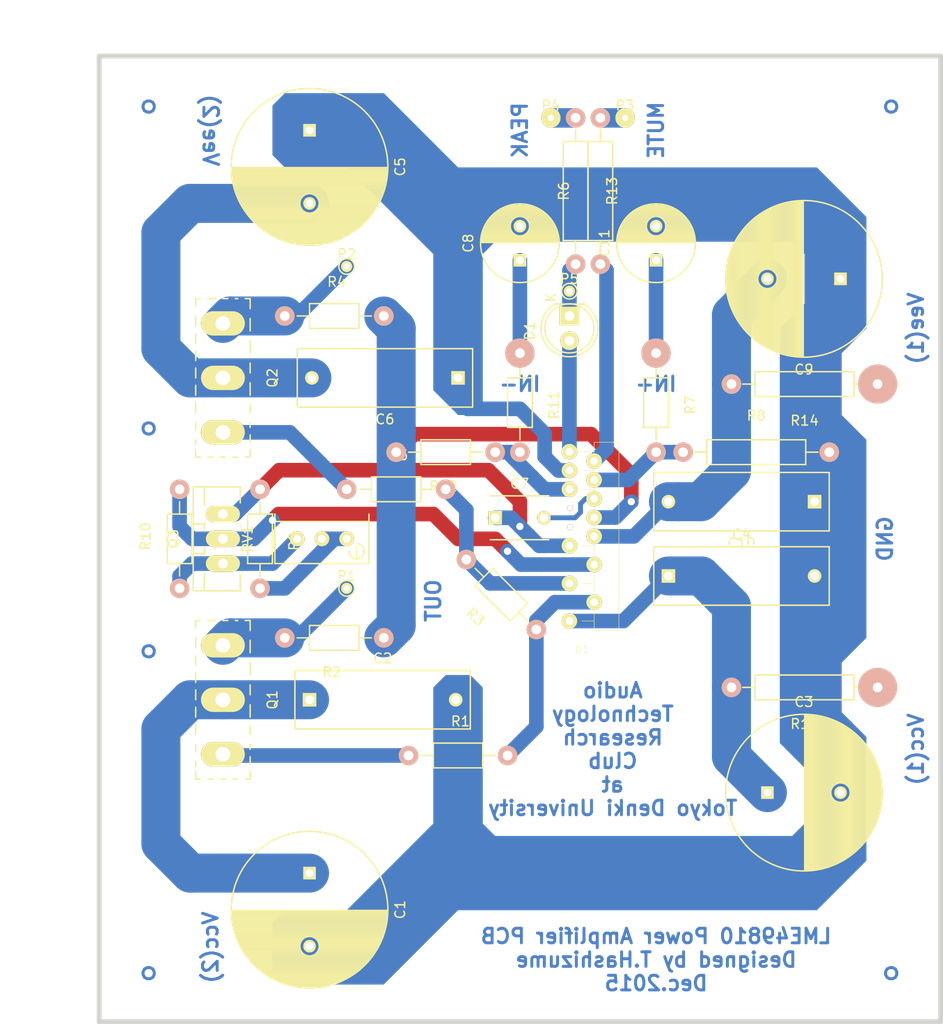
<source format=kicad_pcb>
(kicad_pcb (version 4) (host pcbnew 4.0.0-stable)

  (general
    (links 56)
    (no_connects 0)
    (area 14.860001 17.47 112.010001 122.170001)
    (thickness 1.6)
    (drawings 27)
    (tracks 134)
    (zones 0)
    (modules 37)
    (nets 27)
  )

  (page A4 portrait)
  (title_block
    (title Gakuhatsu-Amp_2015)
    (date 2015-11-23)
    (rev 2015-Fall)
    (company "Audio Technology Research Club at Tokyo Denki University")
  )

  (layers
    (0 F.Cu signal)
    (31 B.Cu signal)
    (32 B.Adhes user)
    (33 F.Adhes user)
    (34 B.Paste user)
    (35 F.Paste user)
    (36 B.SilkS user)
    (37 F.SilkS user)
    (38 B.Mask user)
    (39 F.Mask user)
    (40 Dwgs.User user)
    (41 Cmts.User user)
    (42 Eco1.User user)
    (43 Eco2.User user)
    (44 Edge.Cuts user)
    (45 Margin user)
    (46 B.CrtYd user)
    (47 F.CrtYd user)
    (48 B.Fab user)
    (49 F.Fab user)
  )

  (setup
    (last_trace_width 1.5)
    (trace_clearance 0.1)
    (zone_clearance 0.508)
    (zone_45_only no)
    (trace_min 0.1)
    (segment_width 0.2)
    (edge_width 0.5)
    (via_size 1.5)
    (via_drill 0.75)
    (via_min_size 0.3)
    (via_min_drill 0.2)
    (uvia_size 0.75)
    (uvia_drill 0.375)
    (uvias_allowed no)
    (uvia_min_size 0.2)
    (uvia_min_drill 0.1)
    (pcb_text_width 0.3)
    (pcb_text_size 1.5 1.5)
    (mod_edge_width 0.15)
    (mod_text_size 1 1)
    (mod_text_width 0.15)
    (pad_size 1.99898 1.99898)
    (pad_drill 0.635)
    (pad_to_mask_clearance 0)
    (aux_axis_origin 0 0)
    (visible_elements 7FFFFF7F)
    (pcbplotparams
      (layerselection 0x00030_80000001)
      (usegerberextensions false)
      (excludeedgelayer true)
      (linewidth 0.100000)
      (plotframeref false)
      (viasonmask false)
      (mode 1)
      (useauxorigin false)
      (hpglpennumber 1)
      (hpglpenspeed 20)
      (hpglpendiameter 15)
      (hpglpenoverlay 2)
      (psnegative false)
      (psa4output false)
      (plotreference true)
      (plotvalue true)
      (plotinvisibletext false)
      (padsonsilk false)
      (subtractmaskfromsilk false)
      (outputformat 1)
      (mirror false)
      (drillshape 0)
      (scaleselection 1)
      (outputdirectory ""))
  )

  (net 0 "")
  (net 1 "Net-(D1-Pad2)")
  (net 2 CLH)
  (net 3 BLH)
  (net 4 SinkLH)
  (net 5 SourceLH)
  (net 6 OUTLH)
  (net 7 "Net-(C7-Pad2)")
  (net 8 "Net-(R6-Pad1)")
  (net 9 GND1)
  (net 10 +VccL2)
  (net 11 -VeeL2)
  (net 12 "Net-(Q1-Pad1)")
  (net 13 "Net-(Q2-Pad1)")
  (net 14 "Net-(R7-Pad2)")
  (net 15 "Net-(R9-Pad2)")
  (net 16 "Net-(R11-Pad2)")
  (net 17 ELH)
  (net 18 /IN-)
  (net 19 /IN+)
  (net 20 /Emit-NPN)
  (net 21 /Emit-PNP)
  (net 22 "Net-(D1-Pad1)")
  (net 23 "Net-(P3-Pad1)")
  (net 24 "Net-(P4-Pad1)")
  (net 25 /Vcc)
  (net 26 /Vee)

  (net_class Default "これは標準のネット クラスです。"
    (clearance 0.1)
    (trace_width 1.5)
    (via_dia 1.5)
    (via_drill 0.75)
    (uvia_dia 0.75)
    (uvia_drill 0.375)
    (add_net /Emit-NPN)
    (add_net /Emit-PNP)
    (add_net /IN+)
    (add_net /IN-)
    (add_net /Vcc)
    (add_net /Vee)
    (add_net BLH)
    (add_net CLH)
    (add_net ELH)
    (add_net GND1)
    (add_net "Net-(D1-Pad1)")
    (add_net "Net-(D1-Pad2)")
    (add_net "Net-(P3-Pad1)")
    (add_net "Net-(P4-Pad1)")
    (add_net "Net-(Q1-Pad1)")
    (add_net "Net-(Q2-Pad1)")
    (add_net "Net-(R11-Pad2)")
    (add_net "Net-(R6-Pad1)")
    (add_net "Net-(R7-Pad2)")
    (add_net "Net-(R9-Pad2)")
    (add_net SinkLH)
    (add_net SourceLH)
  )

  (net_class Thick ""
    (clearance 0.1)
    (trace_width 4)
    (via_dia 4)
    (via_drill 2)
    (uvia_dia 2)
    (uvia_drill 1)
    (add_net +VccL2)
    (add_net -VeeL2)
    (add_net OUTLH)
  )

  (net_class Thin ""
    (clearance 0.1)
    (trace_width 0.5)
    (via_dia 1)
    (via_drill 0.5)
    (uvia_dia 0.5)
    (uvia_drill 0.25)
    (add_net "Net-(C7-Pad2)")
  )

  (module TO_SOT_Packages_THT:TO-247_Vertical_Neutral123_MountedFromLS (layer F.Cu) (tedit 0) (tstamp 566D5CE5)
    (at 38.1 55.88 270)
    (descr "TO-247 TO-218 TOP-3 FET 1=Gate 2=Drain 3=Source, Vertical, Mounted from LS")
    (tags "Transistor FET TO-247 TO-218 TOP-3 Vertical, LS")
    (path /564ACC0E)
    (fp_text reference Q2 (at 0 -5.08 270) (layer F.SilkS)
      (effects (font (size 1 1) (thickness 0.15)))
    )
    (fp_text value "PNP(TO-3P-BCE)" (at -1.27 5.08 270) (layer F.Fab)
      (effects (font (size 1 1) (thickness 0.15)))
    )
    (fp_line (start 8.128 1.016) (end 8.128 1.524) (layer F.SilkS) (width 0.15))
    (fp_line (start 8.128 -0.254) (end 8.128 0.254) (layer F.SilkS) (width 0.15))
    (fp_line (start 8.128 -1.524) (end 8.128 -1.016) (layer F.SilkS) (width 0.15))
    (fp_line (start 8.128 2.794) (end 8.128 2.286) (layer F.SilkS) (width 0.15))
    (fp_line (start 8.128 -2.794) (end 8.128 -2.286) (layer F.SilkS) (width 0.15))
    (fp_line (start -8.128 -1.27) (end -8.128 -1.524) (layer F.SilkS) (width 0.15))
    (fp_line (start -8.128 0) (end -8.128 -0.508) (layer F.SilkS) (width 0.15))
    (fp_line (start -8.128 1.524) (end -8.128 0.762) (layer F.SilkS) (width 0.15))
    (fp_line (start -8.128 2.794) (end -8.128 2.286) (layer F.SilkS) (width 0.15))
    (fp_line (start -8.128 -2.794) (end -8.128 -2.286) (layer F.SilkS) (width 0.15))
    (fp_line (start 7.366 2.794) (end 8.128 2.794) (layer F.SilkS) (width 0.15))
    (fp_line (start 6.35 2.794) (end 6.858 2.794) (layer F.SilkS) (width 0.15))
    (fp_line (start 4.572 2.794) (end 5.334 2.794) (layer F.SilkS) (width 0.15))
    (fp_line (start 2.54 2.794) (end 3.556 2.794) (layer F.SilkS) (width 0.15))
    (fp_line (start 1.27 2.794) (end 1.778 2.794) (layer F.SilkS) (width 0.15))
    (fp_line (start 1.27 2.794) (end 0.762 2.794) (layer F.SilkS) (width 0.15))
    (fp_line (start -1.016 2.794) (end 0 2.794) (layer F.SilkS) (width 0.15))
    (fp_line (start -2.794 2.794) (end -1.778 2.794) (layer F.SilkS) (width 0.15))
    (fp_line (start -4.572 2.794) (end -3.556 2.794) (layer F.SilkS) (width 0.15))
    (fp_line (start -6.35 2.794) (end -5.334 2.794) (layer F.SilkS) (width 0.15))
    (fp_line (start -8.128 2.794) (end -7.366 2.794) (layer F.SilkS) (width 0.15))
    (fp_line (start 5.08 -2.794) (end 4.572 -2.794) (layer F.SilkS) (width 0.15))
    (fp_line (start 6.604 -2.794) (end 5.842 -2.794) (layer F.SilkS) (width 0.15))
    (fp_line (start 8.128 -2.794) (end 7.366 -2.794) (layer F.SilkS) (width 0.15))
    (fp_line (start 2.794 -2.794) (end 3.556 -2.794) (layer F.SilkS) (width 0.15))
    (fp_line (start 0.508 -2.794) (end 1.778 -2.794) (layer F.SilkS) (width 0.15))
    (fp_line (start -1.524 -2.794) (end -0.508 -2.794) (layer F.SilkS) (width 0.15))
    (fp_line (start -3.81 -2.794) (end -2.54 -2.794) (layer F.SilkS) (width 0.15))
    (fp_line (start -6.096 -2.794) (end -4.826 -2.794) (layer F.SilkS) (width 0.15))
    (fp_line (start -8.128 -2.794) (end -7.112 -2.794) (layer F.SilkS) (width 0.15))
    (pad 2 thru_hole oval (at 0 0) (size 4.50088 2.49936) (drill 1.50114) (layers *.Cu *.Mask F.SilkS)
      (net 11 -VeeL2))
    (pad 3 thru_hole oval (at -5.588 0) (size 4.50088 2.49936) (drill 1.50114) (layers *.Cu *.Mask F.SilkS)
      (net 21 /Emit-PNP))
    (pad 1 thru_hole oval (at 5.588 0) (size 4.50088 2.49936) (drill 1.50114) (layers *.Cu *.Mask F.SilkS)
      (net 13 "Net-(Q2-Pad1)"))
  )

  (module TO_SOT_Packages_THT:TO-247_Vertical_Neutral123_MountedFromLS (layer F.Cu) (tedit 0) (tstamp 566D5CDE)
    (at 38.1 88.9 270)
    (descr "TO-247 TO-218 TOP-3 FET 1=Gate 2=Drain 3=Source, Vertical, Mounted from LS")
    (tags "Transistor FET TO-247 TO-218 TOP-3 Vertical, LS")
    (path /564ACB78)
    (fp_text reference Q1 (at 0 -5.08 270) (layer F.SilkS)
      (effects (font (size 1 1) (thickness 0.15)))
    )
    (fp_text value "NPN(TO-3P-BCE)" (at -1.27 5.08 270) (layer F.Fab)
      (effects (font (size 1 1) (thickness 0.15)))
    )
    (fp_line (start 8.128 1.016) (end 8.128 1.524) (layer F.SilkS) (width 0.15))
    (fp_line (start 8.128 -0.254) (end 8.128 0.254) (layer F.SilkS) (width 0.15))
    (fp_line (start 8.128 -1.524) (end 8.128 -1.016) (layer F.SilkS) (width 0.15))
    (fp_line (start 8.128 2.794) (end 8.128 2.286) (layer F.SilkS) (width 0.15))
    (fp_line (start 8.128 -2.794) (end 8.128 -2.286) (layer F.SilkS) (width 0.15))
    (fp_line (start -8.128 -1.27) (end -8.128 -1.524) (layer F.SilkS) (width 0.15))
    (fp_line (start -8.128 0) (end -8.128 -0.508) (layer F.SilkS) (width 0.15))
    (fp_line (start -8.128 1.524) (end -8.128 0.762) (layer F.SilkS) (width 0.15))
    (fp_line (start -8.128 2.794) (end -8.128 2.286) (layer F.SilkS) (width 0.15))
    (fp_line (start -8.128 -2.794) (end -8.128 -2.286) (layer F.SilkS) (width 0.15))
    (fp_line (start 7.366 2.794) (end 8.128 2.794) (layer F.SilkS) (width 0.15))
    (fp_line (start 6.35 2.794) (end 6.858 2.794) (layer F.SilkS) (width 0.15))
    (fp_line (start 4.572 2.794) (end 5.334 2.794) (layer F.SilkS) (width 0.15))
    (fp_line (start 2.54 2.794) (end 3.556 2.794) (layer F.SilkS) (width 0.15))
    (fp_line (start 1.27 2.794) (end 1.778 2.794) (layer F.SilkS) (width 0.15))
    (fp_line (start 1.27 2.794) (end 0.762 2.794) (layer F.SilkS) (width 0.15))
    (fp_line (start -1.016 2.794) (end 0 2.794) (layer F.SilkS) (width 0.15))
    (fp_line (start -2.794 2.794) (end -1.778 2.794) (layer F.SilkS) (width 0.15))
    (fp_line (start -4.572 2.794) (end -3.556 2.794) (layer F.SilkS) (width 0.15))
    (fp_line (start -6.35 2.794) (end -5.334 2.794) (layer F.SilkS) (width 0.15))
    (fp_line (start -8.128 2.794) (end -7.366 2.794) (layer F.SilkS) (width 0.15))
    (fp_line (start 5.08 -2.794) (end 4.572 -2.794) (layer F.SilkS) (width 0.15))
    (fp_line (start 6.604 -2.794) (end 5.842 -2.794) (layer F.SilkS) (width 0.15))
    (fp_line (start 8.128 -2.794) (end 7.366 -2.794) (layer F.SilkS) (width 0.15))
    (fp_line (start 2.794 -2.794) (end 3.556 -2.794) (layer F.SilkS) (width 0.15))
    (fp_line (start 0.508 -2.794) (end 1.778 -2.794) (layer F.SilkS) (width 0.15))
    (fp_line (start -1.524 -2.794) (end -0.508 -2.794) (layer F.SilkS) (width 0.15))
    (fp_line (start -3.81 -2.794) (end -2.54 -2.794) (layer F.SilkS) (width 0.15))
    (fp_line (start -6.096 -2.794) (end -4.826 -2.794) (layer F.SilkS) (width 0.15))
    (fp_line (start -8.128 -2.794) (end -7.112 -2.794) (layer F.SilkS) (width 0.15))
    (pad 2 thru_hole oval (at 0 0) (size 4.50088 2.49936) (drill 1.50114) (layers *.Cu *.Mask F.SilkS)
      (net 10 +VccL2))
    (pad 3 thru_hole oval (at -5.588 0) (size 4.50088 2.49936) (drill 1.50114) (layers *.Cu *.Mask F.SilkS)
      (net 20 /Emit-NPN))
    (pad 1 thru_hole oval (at 5.588 0) (size 4.50088 2.49936) (drill 1.50114) (layers *.Cu *.Mask F.SilkS)
      (net 12 "Net-(Q1-Pad1)"))
  )

  (module TO_SOT_Packages_THT:TO-220_Neutral123_Vertical_LargePads (layer F.Cu) (tedit 0) (tstamp 566D5BBD)
    (at 38.1 72.39 90)
    (descr "TO-220, Neutral, Vertical, Large Pads,")
    (tags "TO-220, Neutral, Vertical, Large Pads,")
    (path /564AD0FB)
    (fp_text reference Q3 (at 0 -5.08 90) (layer F.SilkS)
      (effects (font (size 1 1) (thickness 0.15)))
    )
    (fp_text value "NPN(TO-220-BCE)" (at 0 3.81 90) (layer F.Fab)
      (effects (font (size 1 1) (thickness 0.15)))
    )
    (fp_line (start 5.334 -1.905) (end 3.429 -1.905) (layer F.SilkS) (width 0.15))
    (fp_line (start 0.889 -1.905) (end 1.651 -1.905) (layer F.SilkS) (width 0.15))
    (fp_line (start -1.524 -1.905) (end -1.651 -1.905) (layer F.SilkS) (width 0.15))
    (fp_line (start -1.524 -1.905) (end -0.889 -1.905) (layer F.SilkS) (width 0.15))
    (fp_line (start -5.334 -1.905) (end -3.556 -1.905) (layer F.SilkS) (width 0.15))
    (fp_line (start -5.334 1.778) (end -3.683 1.778) (layer F.SilkS) (width 0.15))
    (fp_line (start -1.016 1.905) (end -1.651 1.905) (layer F.SilkS) (width 0.15))
    (fp_line (start 1.524 1.905) (end 0.889 1.905) (layer F.SilkS) (width 0.15))
    (fp_line (start 5.334 1.778) (end 3.683 1.778) (layer F.SilkS) (width 0.15))
    (fp_line (start -1.524 -3.048) (end -1.524 -1.905) (layer F.SilkS) (width 0.15))
    (fp_line (start 1.524 -3.048) (end 1.524 -1.905) (layer F.SilkS) (width 0.15))
    (fp_line (start 5.334 -1.905) (end 5.334 1.778) (layer F.SilkS) (width 0.15))
    (fp_line (start -5.334 1.778) (end -5.334 -1.905) (layer F.SilkS) (width 0.15))
    (fp_line (start 5.334 -3.048) (end 5.334 -1.905) (layer F.SilkS) (width 0.15))
    (fp_line (start -5.334 -1.905) (end -5.334 -3.048) (layer F.SilkS) (width 0.15))
    (fp_line (start 0 -3.048) (end -5.334 -3.048) (layer F.SilkS) (width 0.15))
    (fp_line (start 0 -3.048) (end 5.334 -3.048) (layer F.SilkS) (width 0.15))
    (pad 2 thru_hole oval (at 0 0 180) (size 3.50012 1.69926) (drill 1.00076) (layers *.Cu *.Mask F.SilkS)
      (net 2 CLH))
    (pad 1 thru_hole oval (at -2.54 0 180) (size 3.50012 1.69926) (drill 1.00076) (layers *.Cu *.Mask F.SilkS)
      (net 3 BLH))
    (pad 3 thru_hole oval (at 2.54 0 180) (size 3.50012 1.69926) (drill 1.00076) (layers *.Cu *.Mask F.SilkS)
      (net 17 ELH))
    (model TO_SOT_Packages_THT.3dshapes/TO-220_Neutral123_Vertical_LargePads.wrl
      (at (xyz 0 0 0))
      (scale (xyz 0.3937 0.3937 0.3937))
      (rotate (xyz 0 0 0))
    )
  )

  (module Connect:PINTST (layer F.Cu) (tedit 0) (tstamp 566D5BB0)
    (at 50.8 44.45)
    (descr "module 1 pin (ou trou mecanique de percage)")
    (tags DEV)
    (path /566D5609)
    (fp_text reference P2 (at 0 -1.26746) (layer F.SilkS)
      (effects (font (size 1 1) (thickness 0.15)))
    )
    (fp_text value CONN_01X01 (at 0 1.27) (layer F.Fab)
      (effects (font (size 1 1) (thickness 0.15)))
    )
    (fp_circle (center 0 0) (end -0.254 -0.762) (layer F.SilkS) (width 0.15))
    (pad 1 thru_hole circle (at 0 0) (size 1.143 1.143) (drill 0.635) (layers *.Cu *.Mask F.SilkS)
      (net 21 /Emit-PNP))
    (model Connect.3dshapes/PINTST.wrl
      (at (xyz 0 0 0))
      (scale (xyz 1 1 1))
      (rotate (xyz 0 0 0))
    )
  )

  (module Connect:PINTST (layer F.Cu) (tedit 0) (tstamp 566D5BAB)
    (at 50.8 77.47)
    (descr "module 1 pin (ou trou mecanique de percage)")
    (tags DEV)
    (path /566D53AE)
    (fp_text reference P1 (at 0 -1.26746) (layer F.SilkS)
      (effects (font (size 1 1) (thickness 0.15)))
    )
    (fp_text value CONN_01X01 (at 0 1.27) (layer F.Fab)
      (effects (font (size 1 1) (thickness 0.15)))
    )
    (fp_circle (center 0 0) (end -0.254 -0.762) (layer F.SilkS) (width 0.15))
    (pad 1 thru_hole circle (at 0 0) (size 1.143 1.143) (drill 0.635) (layers *.Cu *.Mask F.SilkS)
      (net 20 /Emit-NPN))
    (model Connect.3dshapes/PINTST.wrl
      (at (xyz 0 0 0))
      (scale (xyz 1 1 1))
      (rotate (xyz 0 0 0))
    )
  )

  (module LEDs:LED-5MM (layer F.Cu) (tedit 5570F7EA) (tstamp 566D5BA2)
    (at 73.66 49.53 270)
    (descr "LED 5mm round vertical")
    (tags "LED 5mm round vertical")
    (path /56456DBB)
    (fp_text reference D1 (at 1.524 4.064 270) (layer F.SilkS)
      (effects (font (size 1 1) (thickness 0.15)))
    )
    (fp_text value LED (at 1.524 -3.937 270) (layer F.Fab)
      (effects (font (size 1 1) (thickness 0.15)))
    )
    (fp_line (start -1.5 -1.55) (end -1.5 1.55) (layer F.CrtYd) (width 0.05))
    (fp_arc (start 1.3 0) (end -1.5 1.55) (angle -302) (layer F.CrtYd) (width 0.05))
    (fp_arc (start 1.27 0) (end -1.23 -1.5) (angle 297.5) (layer F.SilkS) (width 0.15))
    (fp_line (start -1.23 1.5) (end -1.23 -1.5) (layer F.SilkS) (width 0.15))
    (fp_circle (center 1.27 0) (end 0.97 -2.5) (layer F.SilkS) (width 0.15))
    (fp_text user K (at -1.905 1.905 270) (layer F.SilkS)
      (effects (font (size 1 1) (thickness 0.15)))
    )
    (pad 1 thru_hole rect (at 0 0) (size 2 1.9) (drill 1.00076) (layers *.Cu *.Mask F.SilkS)
      (net 22 "Net-(D1-Pad1)"))
    (pad 2 thru_hole circle (at 2.54 0 270) (size 1.9 1.9) (drill 1.00076) (layers *.Cu *.Mask F.SilkS)
      (net 1 "Net-(D1-Pad2)"))
    (model LEDs.3dshapes/LED-5MM.wrl
      (at (xyz 0.05 0 0))
      (scale (xyz 1 1 1))
      (rotate (xyz 0 0 90))
    )
  )

  (module Capacitors_ThroughHole:C_Radial_D8_L11.5_P3.5 (layer F.Cu) (tedit 0) (tstamp 566D4220)
    (at 82.55 43.815 90)
    (descr "Radial Electrolytic Capacitor Diameter 8mm x Length 11.5mm, Pitch 3.5mm")
    (tags "Electrolytic Capacitor")
    (path /566D3FB0)
    (fp_text reference C11 (at 1.75 -5.3 90) (layer F.SilkS)
      (effects (font (size 1 1) (thickness 0.15)))
    )
    (fp_text value 470u (at 1.75 5.3 90) (layer F.Fab)
      (effects (font (size 1 1) (thickness 0.15)))
    )
    (fp_line (start 1.825 -3.999) (end 1.825 3.999) (layer F.SilkS) (width 0.15))
    (fp_line (start 1.965 -3.994) (end 1.965 3.994) (layer F.SilkS) (width 0.15))
    (fp_line (start 2.105 -3.984) (end 2.105 3.984) (layer F.SilkS) (width 0.15))
    (fp_line (start 2.245 -3.969) (end 2.245 3.969) (layer F.SilkS) (width 0.15))
    (fp_line (start 2.385 -3.949) (end 2.385 3.949) (layer F.SilkS) (width 0.15))
    (fp_line (start 2.525 -3.924) (end 2.525 -0.222) (layer F.SilkS) (width 0.15))
    (fp_line (start 2.525 0.222) (end 2.525 3.924) (layer F.SilkS) (width 0.15))
    (fp_line (start 2.665 -3.894) (end 2.665 -0.55) (layer F.SilkS) (width 0.15))
    (fp_line (start 2.665 0.55) (end 2.665 3.894) (layer F.SilkS) (width 0.15))
    (fp_line (start 2.805 -3.858) (end 2.805 -0.719) (layer F.SilkS) (width 0.15))
    (fp_line (start 2.805 0.719) (end 2.805 3.858) (layer F.SilkS) (width 0.15))
    (fp_line (start 2.945 -3.817) (end 2.945 -0.832) (layer F.SilkS) (width 0.15))
    (fp_line (start 2.945 0.832) (end 2.945 3.817) (layer F.SilkS) (width 0.15))
    (fp_line (start 3.085 -3.771) (end 3.085 -0.91) (layer F.SilkS) (width 0.15))
    (fp_line (start 3.085 0.91) (end 3.085 3.771) (layer F.SilkS) (width 0.15))
    (fp_line (start 3.225 -3.718) (end 3.225 -0.961) (layer F.SilkS) (width 0.15))
    (fp_line (start 3.225 0.961) (end 3.225 3.718) (layer F.SilkS) (width 0.15))
    (fp_line (start 3.365 -3.659) (end 3.365 -0.991) (layer F.SilkS) (width 0.15))
    (fp_line (start 3.365 0.991) (end 3.365 3.659) (layer F.SilkS) (width 0.15))
    (fp_line (start 3.505 -3.594) (end 3.505 -1) (layer F.SilkS) (width 0.15))
    (fp_line (start 3.505 1) (end 3.505 3.594) (layer F.SilkS) (width 0.15))
    (fp_line (start 3.645 -3.523) (end 3.645 -0.989) (layer F.SilkS) (width 0.15))
    (fp_line (start 3.645 0.989) (end 3.645 3.523) (layer F.SilkS) (width 0.15))
    (fp_line (start 3.785 -3.444) (end 3.785 -0.959) (layer F.SilkS) (width 0.15))
    (fp_line (start 3.785 0.959) (end 3.785 3.444) (layer F.SilkS) (width 0.15))
    (fp_line (start 3.925 -3.357) (end 3.925 -0.905) (layer F.SilkS) (width 0.15))
    (fp_line (start 3.925 0.905) (end 3.925 3.357) (layer F.SilkS) (width 0.15))
    (fp_line (start 4.065 -3.262) (end 4.065 -0.825) (layer F.SilkS) (width 0.15))
    (fp_line (start 4.065 0.825) (end 4.065 3.262) (layer F.SilkS) (width 0.15))
    (fp_line (start 4.205 -3.158) (end 4.205 -0.709) (layer F.SilkS) (width 0.15))
    (fp_line (start 4.205 0.709) (end 4.205 3.158) (layer F.SilkS) (width 0.15))
    (fp_line (start 4.345 -3.044) (end 4.345 -0.535) (layer F.SilkS) (width 0.15))
    (fp_line (start 4.345 0.535) (end 4.345 3.044) (layer F.SilkS) (width 0.15))
    (fp_line (start 4.485 -2.919) (end 4.485 -0.173) (layer F.SilkS) (width 0.15))
    (fp_line (start 4.485 0.173) (end 4.485 2.919) (layer F.SilkS) (width 0.15))
    (fp_line (start 4.625 -2.781) (end 4.625 2.781) (layer F.SilkS) (width 0.15))
    (fp_line (start 4.765 -2.629) (end 4.765 2.629) (layer F.SilkS) (width 0.15))
    (fp_line (start 4.905 -2.459) (end 4.905 2.459) (layer F.SilkS) (width 0.15))
    (fp_line (start 5.045 -2.268) (end 5.045 2.268) (layer F.SilkS) (width 0.15))
    (fp_line (start 5.185 -2.05) (end 5.185 2.05) (layer F.SilkS) (width 0.15))
    (fp_line (start 5.325 -1.794) (end 5.325 1.794) (layer F.SilkS) (width 0.15))
    (fp_line (start 5.465 -1.483) (end 5.465 1.483) (layer F.SilkS) (width 0.15))
    (fp_line (start 5.605 -1.067) (end 5.605 1.067) (layer F.SilkS) (width 0.15))
    (fp_line (start 5.745 -0.2) (end 5.745 0.2) (layer F.SilkS) (width 0.15))
    (fp_circle (center 3.5 0) (end 3.5 -1) (layer F.SilkS) (width 0.15))
    (fp_circle (center 1.75 0) (end 1.75 -4.0375) (layer F.SilkS) (width 0.15))
    (fp_circle (center 1.75 0) (end 1.75 -4.3) (layer F.CrtYd) (width 0.05))
    (pad 2 thru_hole circle (at 3.5 0 90) (size 1.3 1.3) (drill 0.8) (layers *.Cu *.Mask F.SilkS)
      (net 9 GND1))
    (pad 1 thru_hole rect (at 0 0 90) (size 1.3 1.3) (drill 0.8) (layers *.Cu *.Mask F.SilkS)
      (net 19 /IN+))
    (model Capacitors_ThroughHole.3dshapes/C_Radial_D8_L11.5_P3.5.wrl
      (at (xyz 0 0 0))
      (scale (xyz 1 1 1))
      (rotate (xyz 0 0 0))
    )
  )

  (module LME49810:LME49810 (layer F.Cu) (tedit 566BCF2B) (tstamp 566BD28A)
    (at 74.93 72.136 270)
    (path /5645485C)
    (fp_text reference U1 (at 11.58 0 540) (layer F.SilkS)
      (effects (font (size 0.75 0.75) (thickness 0.05)))
    )
    (fp_text value LME49810 (at 10.615 0 540) (layer F.Fab)
      (effects (font (size 0.75 0.75) (thickness 0.05)))
    )
    (fp_line (start 9.65 -1.27) (end 7.72 -1.27) (layer F.SilkS) (width 0.05))
    (fp_line (start 0.965 -1.27) (end 1.93 -1.27) (layer F.SilkS) (width 0.05))
    (fp_line (start 4.925 -1.27) (end 4.825 -1.27) (layer F.SilkS) (width 0.05))
    (fp_line (start -4.725 -1.27) (end -4.925 -1.27) (layer F.SilkS) (width 0.05))
    (fp_line (start 1.065 -1.27) (end 0.865 -1.27) (layer F.SilkS) (width 0.05))
    (fp_line (start -0.865 -1.27) (end -1.065 -1.27) (layer F.SilkS) (width 0.05))
    (fp_line (start -2.795 -1.27) (end -2.995 -1.27) (layer F.SilkS) (width 0.05))
    (fp_line (start -6.655 -1.27) (end -6.855 -1.27) (layer F.SilkS) (width 0.05))
    (fp_line (start -6.655 -1.27) (end -6.855 -1.27) (layer F.SilkS) (width 0.05))
    (fp_line (start 5.79 -1.27) (end 3.86 -1.27) (layer F.SilkS) (width 0.05))
    (fp_line (start 10 2.75) (end 10 -4) (layer F.CrtYd) (width 0.05))
    (fp_line (start -10 2.75) (end -10 -4) (layer F.CrtYd) (width 0.05))
    (fp_line (start -10 -4) (end 10 -4) (layer F.CrtYd) (width 0.05))
    (fp_line (start -8.585 -1.27) (end -8.685 -1.27) (layer F.SilkS) (width 0.05))
    (fp_line (start -8.685 0) (end -8.685 -1.27) (layer F.SilkS) (width 0.05))
    (fp_line (start -6.755 0) (end -6.755 -1.27) (layer F.SilkS) (width 0.05))
    (fp_line (start 4.825 0) (end 4.825 -1.27) (layer F.SilkS) (width 0.05))
    (fp_line (start -4.825 0) (end -4.825 -1.27) (layer F.SilkS) (width 0.05))
    (fp_line (start 0.965 0) (end 0.965 -1.27) (layer F.SilkS) (width 0.05))
    (fp_line (start 8.685 0) (end 8.685 -1.27) (layer F.SilkS) (width 0.05))
    (fp_line (start 9.65 -1.27) (end 9.65 -3.81) (layer F.SilkS) (width 0.05))
    (fp_line (start -9.65 -3.81) (end 9.65 -3.81) (layer F.SilkS) (width 0.05))
    (fp_line (start -9.65 -1.27) (end -9.65 -3.81) (layer F.SilkS) (width 0.05))
    (fp_line (start -9.65 -1.27) (end -8.685 -1.27) (layer F.SilkS) (width 0.05))
    (fp_line (start -10 2.75) (end 10 2.75) (layer F.CrtYd) (width 0.05))
    (pad 13 thru_hole circle (at 4.825 1.27 270) (size 1.6 1.6) (drill 0.8) (layers *.Cu *.Mask F.SilkS)
      (net 4 SinkLH))
    (pad 15 thru_hole circle (at 8.685 1.27 270) (size 1.6 1.6) (drill 0.8) (layers *.Cu *.Mask F.SilkS)
      (net 25 /Vcc))
    (pad 14 thru_hole circle (at 6.755 -1.27 270) (size 1.6 1.6) (drill 0.8) (layers *.Cu *.Mask F.SilkS)
      (net 5 SourceLH))
    (pad 12 thru_hole circle (at 2.895 -1.27 270) (size 1.6 1.6) (drill 0.8) (layers *.Cu *.Mask F.SilkS)
      (net 2 CLH))
    (pad 11 thru_hole circle (at 0.965 1.27 270) (size 1.6 1.6) (drill 0.8) (layers *.Cu *.Mask F.SilkS)
      (net 17 ELH))
    (pad 9 thru_hole circle (at -0.965 1.21 270) (size 0.6 0.6) (drill 0.5) (layers *.Mask B.Cu F.SilkS))
    (pad 10 thru_hole circle (at 0 -1.27 270) (size 1.6 1.6) (drill 0.8) (layers *.Cu *.Mask F.SilkS)
      (net 26 /Vee))
    (pad 2 thru_hole circle (at -7.72 -1.27 270) (size 1.6 1.6) (drill 0.8) (layers *.Cu *.Mask F.SilkS)
      (net 8 "Net-(R6-Pad1)"))
    (pad 1 thru_hole circle (at -8.685 1.27 270) (size 1.6 1.6) (drill 0.8) (layers *.Cu *.Mask F.SilkS)
      (net 1 "Net-(D1-Pad2)"))
    (pad 3 thru_hole circle (at -6.755 1.27 270) (size 1.6 1.6) (drill 0.8) (layers *.Cu *.Mask F.SilkS)
      (net 9 GND1))
    (pad 4 thru_hole circle (at -5.79 -1.27 270) (size 1.6 1.6) (drill 0.8) (layers *.Cu *.Mask F.SilkS)
      (net 14 "Net-(R7-Pad2)"))
    (pad 8 thru_hole circle (at -1.93 -1.27 270) (size 1.6 1.6) (drill 0.8) (layers *.Cu *.Mask F.SilkS)
      (net 6 OUTLH))
    (pad 7 thru_hole circle (at -2.895 1.21 270) (size 0.6 0.6) (drill 0.5) (layers *.Mask B.Cu F.SilkS))
    (pad 5 thru_hole circle (at -4.825 1.27 270) (size 1.6 1.6) (drill 0.8) (layers *.Cu *.Mask F.SilkS)
      (net 16 "Net-(R11-Pad2)"))
    (pad 6 thru_hole circle (at -3.86 -1.27 270) (size 1.6 1.6) (drill 0.8) (layers *.Cu *.Mask F.SilkS)
      (net 7 "Net-(C7-Pad2)"))
  )

  (module Capacitors_ThroughHole:C_Radial_D16_L31.5_P7.5 (layer F.Cu) (tedit 0) (tstamp 564DAE9F)
    (at 46.99 106.68 270)
    (descr "Radial Electrolytic Capacitor Diameter 16mm x Length 31.5mm, Pitch 7.5mm")
    (tags "Electrolytic Capacitor")
    (path /564B660F)
    (fp_text reference C1 (at 3.75 -9.3 270) (layer F.SilkS)
      (effects (font (size 1 1) (thickness 0.15)))
    )
    (fp_text value 820u,100V (at 3.75 9.3 270) (layer F.Fab)
      (effects (font (size 1 1) (thickness 0.15)))
    )
    (fp_line (start 3.825 -8) (end 3.825 8) (layer F.SilkS) (width 0.15))
    (fp_line (start 3.965 -7.997) (end 3.965 7.997) (layer F.SilkS) (width 0.15))
    (fp_line (start 4.105 -7.992) (end 4.105 7.992) (layer F.SilkS) (width 0.15))
    (fp_line (start 4.245 -7.985) (end 4.245 7.985) (layer F.SilkS) (width 0.15))
    (fp_line (start 4.385 -7.975) (end 4.385 7.975) (layer F.SilkS) (width 0.15))
    (fp_line (start 4.525 -7.962) (end 4.525 7.962) (layer F.SilkS) (width 0.15))
    (fp_line (start 4.665 -7.948) (end 4.665 7.948) (layer F.SilkS) (width 0.15))
    (fp_line (start 4.805 -7.93) (end 4.805 7.93) (layer F.SilkS) (width 0.15))
    (fp_line (start 4.945 -7.91) (end 4.945 7.91) (layer F.SilkS) (width 0.15))
    (fp_line (start 5.085 -7.888) (end 5.085 7.888) (layer F.SilkS) (width 0.15))
    (fp_line (start 5.225 -7.863) (end 5.225 7.863) (layer F.SilkS) (width 0.15))
    (fp_line (start 5.365 -7.835) (end 5.365 7.835) (layer F.SilkS) (width 0.15))
    (fp_line (start 5.505 -7.805) (end 5.505 7.805) (layer F.SilkS) (width 0.15))
    (fp_line (start 5.645 -7.772) (end 5.645 7.772) (layer F.SilkS) (width 0.15))
    (fp_line (start 5.785 -7.737) (end 5.785 7.737) (layer F.SilkS) (width 0.15))
    (fp_line (start 5.925 -7.699) (end 5.925 7.699) (layer F.SilkS) (width 0.15))
    (fp_line (start 6.065 -7.658) (end 6.065 7.658) (layer F.SilkS) (width 0.15))
    (fp_line (start 6.205 -7.614) (end 6.205 7.614) (layer F.SilkS) (width 0.15))
    (fp_line (start 6.345 -7.567) (end 6.345 7.567) (layer F.SilkS) (width 0.15))
    (fp_line (start 6.485 -7.518) (end 6.485 7.518) (layer F.SilkS) (width 0.15))
    (fp_line (start 6.625 -7.466) (end 6.625 -0.484) (layer F.SilkS) (width 0.15))
    (fp_line (start 6.625 0.484) (end 6.625 7.466) (layer F.SilkS) (width 0.15))
    (fp_line (start 6.765 -7.41) (end 6.765 -0.678) (layer F.SilkS) (width 0.15))
    (fp_line (start 6.765 0.678) (end 6.765 7.41) (layer F.SilkS) (width 0.15))
    (fp_line (start 6.905 -7.352) (end 6.905 -0.804) (layer F.SilkS) (width 0.15))
    (fp_line (start 6.905 0.804) (end 6.905 7.352) (layer F.SilkS) (width 0.15))
    (fp_line (start 7.045 -7.29) (end 7.045 -0.89) (layer F.SilkS) (width 0.15))
    (fp_line (start 7.045 0.89) (end 7.045 7.29) (layer F.SilkS) (width 0.15))
    (fp_line (start 7.185 -7.225) (end 7.185 -0.949) (layer F.SilkS) (width 0.15))
    (fp_line (start 7.185 0.949) (end 7.185 7.225) (layer F.SilkS) (width 0.15))
    (fp_line (start 7.325 -7.157) (end 7.325 -0.985) (layer F.SilkS) (width 0.15))
    (fp_line (start 7.325 0.985) (end 7.325 7.157) (layer F.SilkS) (width 0.15))
    (fp_line (start 7.465 -7.085) (end 7.465 -0.999) (layer F.SilkS) (width 0.15))
    (fp_line (start 7.465 0.999) (end 7.465 7.085) (layer F.SilkS) (width 0.15))
    (fp_line (start 7.605 -7.01) (end 7.605 -0.994) (layer F.SilkS) (width 0.15))
    (fp_line (start 7.605 0.994) (end 7.605 7.01) (layer F.SilkS) (width 0.15))
    (fp_line (start 7.745 -6.931) (end 7.745 -0.97) (layer F.SilkS) (width 0.15))
    (fp_line (start 7.745 0.97) (end 7.745 6.931) (layer F.SilkS) (width 0.15))
    (fp_line (start 7.885 -6.848) (end 7.885 -0.923) (layer F.SilkS) (width 0.15))
    (fp_line (start 7.885 0.923) (end 7.885 6.848) (layer F.SilkS) (width 0.15))
    (fp_line (start 8.025 -6.762) (end 8.025 -0.851) (layer F.SilkS) (width 0.15))
    (fp_line (start 8.025 0.851) (end 8.025 6.762) (layer F.SilkS) (width 0.15))
    (fp_line (start 8.165 -6.671) (end 8.165 -0.747) (layer F.SilkS) (width 0.15))
    (fp_line (start 8.165 0.747) (end 8.165 6.671) (layer F.SilkS) (width 0.15))
    (fp_line (start 8.305 -6.577) (end 8.305 -0.593) (layer F.SilkS) (width 0.15))
    (fp_line (start 8.305 0.593) (end 8.305 6.577) (layer F.SilkS) (width 0.15))
    (fp_line (start 8.445 -6.477) (end 8.445 -0.327) (layer F.SilkS) (width 0.15))
    (fp_line (start 8.445 0.327) (end 8.445 6.477) (layer F.SilkS) (width 0.15))
    (fp_line (start 8.585 -6.374) (end 8.585 6.374) (layer F.SilkS) (width 0.15))
    (fp_line (start 8.725 -6.265) (end 8.725 6.265) (layer F.SilkS) (width 0.15))
    (fp_line (start 8.865 -6.151) (end 8.865 6.151) (layer F.SilkS) (width 0.15))
    (fp_line (start 9.005 -6.032) (end 9.005 6.032) (layer F.SilkS) (width 0.15))
    (fp_line (start 9.145 -5.907) (end 9.145 5.907) (layer F.SilkS) (width 0.15))
    (fp_line (start 9.285 -5.776) (end 9.285 5.776) (layer F.SilkS) (width 0.15))
    (fp_line (start 9.425 -5.639) (end 9.425 5.639) (layer F.SilkS) (width 0.15))
    (fp_line (start 9.565 -5.494) (end 9.565 5.494) (layer F.SilkS) (width 0.15))
    (fp_line (start 9.705 -5.342) (end 9.705 5.342) (layer F.SilkS) (width 0.15))
    (fp_line (start 9.845 -5.182) (end 9.845 5.182) (layer F.SilkS) (width 0.15))
    (fp_line (start 9.985 -5.012) (end 9.985 5.012) (layer F.SilkS) (width 0.15))
    (fp_line (start 10.125 -4.833) (end 10.125 4.833) (layer F.SilkS) (width 0.15))
    (fp_line (start 10.265 -4.643) (end 10.265 4.643) (layer F.SilkS) (width 0.15))
    (fp_line (start 10.405 -4.44) (end 10.405 4.44) (layer F.SilkS) (width 0.15))
    (fp_line (start 10.545 -4.222) (end 10.545 4.222) (layer F.SilkS) (width 0.15))
    (fp_line (start 10.685 -3.988) (end 10.685 3.988) (layer F.SilkS) (width 0.15))
    (fp_line (start 10.825 -3.734) (end 10.825 3.734) (layer F.SilkS) (width 0.15))
    (fp_line (start 10.965 -3.456) (end 10.965 3.456) (layer F.SilkS) (width 0.15))
    (fp_line (start 11.105 -3.147) (end 11.105 3.147) (layer F.SilkS) (width 0.15))
    (fp_line (start 11.245 -2.797) (end 11.245 2.797) (layer F.SilkS) (width 0.15))
    (fp_line (start 11.385 -2.389) (end 11.385 2.389) (layer F.SilkS) (width 0.15))
    (fp_line (start 11.525 -1.884) (end 11.525 1.884) (layer F.SilkS) (width 0.15))
    (fp_line (start 11.665 -1.163) (end 11.665 1.163) (layer F.SilkS) (width 0.15))
    (fp_circle (center 7.5 0) (end 7.5 -1) (layer F.SilkS) (width 0.15))
    (fp_circle (center 3.75 0) (end 3.75 -8.0375) (layer F.SilkS) (width 0.15))
    (fp_circle (center 3.75 0) (end 3.75 -8.3) (layer F.CrtYd) (width 0.05))
    (pad 1 thru_hole rect (at 0 0 270) (size 1.3 1.3) (drill 0.8) (layers *.Cu *.Mask F.SilkS)
      (net 10 +VccL2))
    (pad 2 thru_hole circle (at 7.5 0 270) (size 1.3 1.3) (drill 0.8) (layers *.Cu *.Mask F.SilkS)
      (net 9 GND1))
    (model Capacitors_ThroughHole.3dshapes/C_Radial_D16_L31.5_P7.5.wrl
      (at (xyz 0 0 0))
      (scale (xyz 1 1 1))
      (rotate (xyz 0 0 0))
    )
  )

  (module Capacitors_ThroughHole:C_Radial_D16_L31.5_P7.5 (layer F.Cu) (tedit 0) (tstamp 564DAEA4)
    (at 46.99 30.48 270)
    (descr "Radial Electrolytic Capacitor Diameter 16mm x Length 31.5mm, Pitch 7.5mm")
    (tags "Electrolytic Capacitor")
    (path /564BB562)
    (fp_text reference C5 (at 3.75 -9.3 270) (layer F.SilkS)
      (effects (font (size 1 1) (thickness 0.15)))
    )
    (fp_text value 820u,100V (at 3.75 9.3 270) (layer F.Fab)
      (effects (font (size 1 1) (thickness 0.15)))
    )
    (fp_line (start 3.825 -8) (end 3.825 8) (layer F.SilkS) (width 0.15))
    (fp_line (start 3.965 -7.997) (end 3.965 7.997) (layer F.SilkS) (width 0.15))
    (fp_line (start 4.105 -7.992) (end 4.105 7.992) (layer F.SilkS) (width 0.15))
    (fp_line (start 4.245 -7.985) (end 4.245 7.985) (layer F.SilkS) (width 0.15))
    (fp_line (start 4.385 -7.975) (end 4.385 7.975) (layer F.SilkS) (width 0.15))
    (fp_line (start 4.525 -7.962) (end 4.525 7.962) (layer F.SilkS) (width 0.15))
    (fp_line (start 4.665 -7.948) (end 4.665 7.948) (layer F.SilkS) (width 0.15))
    (fp_line (start 4.805 -7.93) (end 4.805 7.93) (layer F.SilkS) (width 0.15))
    (fp_line (start 4.945 -7.91) (end 4.945 7.91) (layer F.SilkS) (width 0.15))
    (fp_line (start 5.085 -7.888) (end 5.085 7.888) (layer F.SilkS) (width 0.15))
    (fp_line (start 5.225 -7.863) (end 5.225 7.863) (layer F.SilkS) (width 0.15))
    (fp_line (start 5.365 -7.835) (end 5.365 7.835) (layer F.SilkS) (width 0.15))
    (fp_line (start 5.505 -7.805) (end 5.505 7.805) (layer F.SilkS) (width 0.15))
    (fp_line (start 5.645 -7.772) (end 5.645 7.772) (layer F.SilkS) (width 0.15))
    (fp_line (start 5.785 -7.737) (end 5.785 7.737) (layer F.SilkS) (width 0.15))
    (fp_line (start 5.925 -7.699) (end 5.925 7.699) (layer F.SilkS) (width 0.15))
    (fp_line (start 6.065 -7.658) (end 6.065 7.658) (layer F.SilkS) (width 0.15))
    (fp_line (start 6.205 -7.614) (end 6.205 7.614) (layer F.SilkS) (width 0.15))
    (fp_line (start 6.345 -7.567) (end 6.345 7.567) (layer F.SilkS) (width 0.15))
    (fp_line (start 6.485 -7.518) (end 6.485 7.518) (layer F.SilkS) (width 0.15))
    (fp_line (start 6.625 -7.466) (end 6.625 -0.484) (layer F.SilkS) (width 0.15))
    (fp_line (start 6.625 0.484) (end 6.625 7.466) (layer F.SilkS) (width 0.15))
    (fp_line (start 6.765 -7.41) (end 6.765 -0.678) (layer F.SilkS) (width 0.15))
    (fp_line (start 6.765 0.678) (end 6.765 7.41) (layer F.SilkS) (width 0.15))
    (fp_line (start 6.905 -7.352) (end 6.905 -0.804) (layer F.SilkS) (width 0.15))
    (fp_line (start 6.905 0.804) (end 6.905 7.352) (layer F.SilkS) (width 0.15))
    (fp_line (start 7.045 -7.29) (end 7.045 -0.89) (layer F.SilkS) (width 0.15))
    (fp_line (start 7.045 0.89) (end 7.045 7.29) (layer F.SilkS) (width 0.15))
    (fp_line (start 7.185 -7.225) (end 7.185 -0.949) (layer F.SilkS) (width 0.15))
    (fp_line (start 7.185 0.949) (end 7.185 7.225) (layer F.SilkS) (width 0.15))
    (fp_line (start 7.325 -7.157) (end 7.325 -0.985) (layer F.SilkS) (width 0.15))
    (fp_line (start 7.325 0.985) (end 7.325 7.157) (layer F.SilkS) (width 0.15))
    (fp_line (start 7.465 -7.085) (end 7.465 -0.999) (layer F.SilkS) (width 0.15))
    (fp_line (start 7.465 0.999) (end 7.465 7.085) (layer F.SilkS) (width 0.15))
    (fp_line (start 7.605 -7.01) (end 7.605 -0.994) (layer F.SilkS) (width 0.15))
    (fp_line (start 7.605 0.994) (end 7.605 7.01) (layer F.SilkS) (width 0.15))
    (fp_line (start 7.745 -6.931) (end 7.745 -0.97) (layer F.SilkS) (width 0.15))
    (fp_line (start 7.745 0.97) (end 7.745 6.931) (layer F.SilkS) (width 0.15))
    (fp_line (start 7.885 -6.848) (end 7.885 -0.923) (layer F.SilkS) (width 0.15))
    (fp_line (start 7.885 0.923) (end 7.885 6.848) (layer F.SilkS) (width 0.15))
    (fp_line (start 8.025 -6.762) (end 8.025 -0.851) (layer F.SilkS) (width 0.15))
    (fp_line (start 8.025 0.851) (end 8.025 6.762) (layer F.SilkS) (width 0.15))
    (fp_line (start 8.165 -6.671) (end 8.165 -0.747) (layer F.SilkS) (width 0.15))
    (fp_line (start 8.165 0.747) (end 8.165 6.671) (layer F.SilkS) (width 0.15))
    (fp_line (start 8.305 -6.577) (end 8.305 -0.593) (layer F.SilkS) (width 0.15))
    (fp_line (start 8.305 0.593) (end 8.305 6.577) (layer F.SilkS) (width 0.15))
    (fp_line (start 8.445 -6.477) (end 8.445 -0.327) (layer F.SilkS) (width 0.15))
    (fp_line (start 8.445 0.327) (end 8.445 6.477) (layer F.SilkS) (width 0.15))
    (fp_line (start 8.585 -6.374) (end 8.585 6.374) (layer F.SilkS) (width 0.15))
    (fp_line (start 8.725 -6.265) (end 8.725 6.265) (layer F.SilkS) (width 0.15))
    (fp_line (start 8.865 -6.151) (end 8.865 6.151) (layer F.SilkS) (width 0.15))
    (fp_line (start 9.005 -6.032) (end 9.005 6.032) (layer F.SilkS) (width 0.15))
    (fp_line (start 9.145 -5.907) (end 9.145 5.907) (layer F.SilkS) (width 0.15))
    (fp_line (start 9.285 -5.776) (end 9.285 5.776) (layer F.SilkS) (width 0.15))
    (fp_line (start 9.425 -5.639) (end 9.425 5.639) (layer F.SilkS) (width 0.15))
    (fp_line (start 9.565 -5.494) (end 9.565 5.494) (layer F.SilkS) (width 0.15))
    (fp_line (start 9.705 -5.342) (end 9.705 5.342) (layer F.SilkS) (width 0.15))
    (fp_line (start 9.845 -5.182) (end 9.845 5.182) (layer F.SilkS) (width 0.15))
    (fp_line (start 9.985 -5.012) (end 9.985 5.012) (layer F.SilkS) (width 0.15))
    (fp_line (start 10.125 -4.833) (end 10.125 4.833) (layer F.SilkS) (width 0.15))
    (fp_line (start 10.265 -4.643) (end 10.265 4.643) (layer F.SilkS) (width 0.15))
    (fp_line (start 10.405 -4.44) (end 10.405 4.44) (layer F.SilkS) (width 0.15))
    (fp_line (start 10.545 -4.222) (end 10.545 4.222) (layer F.SilkS) (width 0.15))
    (fp_line (start 10.685 -3.988) (end 10.685 3.988) (layer F.SilkS) (width 0.15))
    (fp_line (start 10.825 -3.734) (end 10.825 3.734) (layer F.SilkS) (width 0.15))
    (fp_line (start 10.965 -3.456) (end 10.965 3.456) (layer F.SilkS) (width 0.15))
    (fp_line (start 11.105 -3.147) (end 11.105 3.147) (layer F.SilkS) (width 0.15))
    (fp_line (start 11.245 -2.797) (end 11.245 2.797) (layer F.SilkS) (width 0.15))
    (fp_line (start 11.385 -2.389) (end 11.385 2.389) (layer F.SilkS) (width 0.15))
    (fp_line (start 11.525 -1.884) (end 11.525 1.884) (layer F.SilkS) (width 0.15))
    (fp_line (start 11.665 -1.163) (end 11.665 1.163) (layer F.SilkS) (width 0.15))
    (fp_circle (center 7.5 0) (end 7.5 -1) (layer F.SilkS) (width 0.15))
    (fp_circle (center 3.75 0) (end 3.75 -8.0375) (layer F.SilkS) (width 0.15))
    (fp_circle (center 3.75 0) (end 3.75 -8.3) (layer F.CrtYd) (width 0.05))
    (pad 1 thru_hole rect (at 0 0 270) (size 1.3 1.3) (drill 0.8) (layers *.Cu *.Mask F.SilkS)
      (net 9 GND1))
    (pad 2 thru_hole circle (at 7.5 0 270) (size 1.3 1.3) (drill 0.8) (layers *.Cu *.Mask F.SilkS)
      (net 11 -VeeL2))
    (model Capacitors_ThroughHole.3dshapes/C_Radial_D16_L31.5_P7.5.wrl
      (at (xyz 0 0 0))
      (scale (xyz 1 1 1))
      (rotate (xyz 0 0 0))
    )
  )

  (module Resistors_ThroughHole:Resistor_Horizontal_RM10mm (layer F.Cu) (tedit 53F56209) (tstamp 564B2174)
    (at 60.96 63.5 180)
    (descr "Resistor, Axial,  RM 10mm, 1/3W,")
    (tags "Resistor, Axial, RM 10mm, 1/3W,")
    (path /56460559)
    (fp_text reference R12 (at 0.24892 -3.50012 180) (layer F.SilkS)
      (effects (font (size 1 1) (thickness 0.15)))
    )
    (fp_text value 7.5k (at 3.81 3.81 180) (layer F.Fab)
      (effects (font (size 1 1) (thickness 0.15)))
    )
    (fp_line (start -2.54 -1.27) (end 2.54 -1.27) (layer F.SilkS) (width 0.15))
    (fp_line (start 2.54 -1.27) (end 2.54 1.27) (layer F.SilkS) (width 0.15))
    (fp_line (start 2.54 1.27) (end -2.54 1.27) (layer F.SilkS) (width 0.15))
    (fp_line (start -2.54 1.27) (end -2.54 -1.27) (layer F.SilkS) (width 0.15))
    (fp_line (start -2.54 0) (end -3.81 0) (layer F.SilkS) (width 0.15))
    (fp_line (start 2.54 0) (end 3.81 0) (layer F.SilkS) (width 0.15))
    (pad 1 thru_hole circle (at -5.08 0 180) (size 1.99898 1.99898) (drill 1.00076) (layers *.Cu *.SilkS *.Mask)
      (net 16 "Net-(R11-Pad2)"))
    (pad 2 thru_hole circle (at 5.08 0 180) (size 1.99898 1.99898) (drill 1.00076) (layers *.Cu *.SilkS *.Mask)
      (net 6 OUTLH))
    (model Resistors_ThroughHole.3dshapes/Resistor_Horizontal_RM10mm.wrl
      (at (xyz 0 0 0))
      (scale (xyz 0.4 0.4 0.4))
      (rotate (xyz 0 0 0))
    )
  )

  (module Capacitors_ThroughHole:C_Radial_D16_L31.5_P7.5 (layer F.Cu) (tedit 0) (tstamp 566AB180)
    (at 101.48 45.72 180)
    (descr "Radial Electrolytic Capacitor Diameter 16mm x Length 31.5mm, Pitch 7.5mm")
    (tags "Electrolytic Capacitor")
    (path /564880FC)
    (fp_text reference C9 (at 3.75 -9.3 180) (layer F.SilkS)
      (effects (font (size 1 1) (thickness 0.15)))
    )
    (fp_text value 820u,100V (at 3.75 9.3 180) (layer F.Fab)
      (effects (font (size 1 1) (thickness 0.15)))
    )
    (fp_line (start 3.825 -8) (end 3.825 8) (layer F.SilkS) (width 0.15))
    (fp_line (start 3.965 -7.997) (end 3.965 7.997) (layer F.SilkS) (width 0.15))
    (fp_line (start 4.105 -7.992) (end 4.105 7.992) (layer F.SilkS) (width 0.15))
    (fp_line (start 4.245 -7.985) (end 4.245 7.985) (layer F.SilkS) (width 0.15))
    (fp_line (start 4.385 -7.975) (end 4.385 7.975) (layer F.SilkS) (width 0.15))
    (fp_line (start 4.525 -7.962) (end 4.525 7.962) (layer F.SilkS) (width 0.15))
    (fp_line (start 4.665 -7.948) (end 4.665 7.948) (layer F.SilkS) (width 0.15))
    (fp_line (start 4.805 -7.93) (end 4.805 7.93) (layer F.SilkS) (width 0.15))
    (fp_line (start 4.945 -7.91) (end 4.945 7.91) (layer F.SilkS) (width 0.15))
    (fp_line (start 5.085 -7.888) (end 5.085 7.888) (layer F.SilkS) (width 0.15))
    (fp_line (start 5.225 -7.863) (end 5.225 7.863) (layer F.SilkS) (width 0.15))
    (fp_line (start 5.365 -7.835) (end 5.365 7.835) (layer F.SilkS) (width 0.15))
    (fp_line (start 5.505 -7.805) (end 5.505 7.805) (layer F.SilkS) (width 0.15))
    (fp_line (start 5.645 -7.772) (end 5.645 7.772) (layer F.SilkS) (width 0.15))
    (fp_line (start 5.785 -7.737) (end 5.785 7.737) (layer F.SilkS) (width 0.15))
    (fp_line (start 5.925 -7.699) (end 5.925 7.699) (layer F.SilkS) (width 0.15))
    (fp_line (start 6.065 -7.658) (end 6.065 7.658) (layer F.SilkS) (width 0.15))
    (fp_line (start 6.205 -7.614) (end 6.205 7.614) (layer F.SilkS) (width 0.15))
    (fp_line (start 6.345 -7.567) (end 6.345 7.567) (layer F.SilkS) (width 0.15))
    (fp_line (start 6.485 -7.518) (end 6.485 7.518) (layer F.SilkS) (width 0.15))
    (fp_line (start 6.625 -7.466) (end 6.625 -0.484) (layer F.SilkS) (width 0.15))
    (fp_line (start 6.625 0.484) (end 6.625 7.466) (layer F.SilkS) (width 0.15))
    (fp_line (start 6.765 -7.41) (end 6.765 -0.678) (layer F.SilkS) (width 0.15))
    (fp_line (start 6.765 0.678) (end 6.765 7.41) (layer F.SilkS) (width 0.15))
    (fp_line (start 6.905 -7.352) (end 6.905 -0.804) (layer F.SilkS) (width 0.15))
    (fp_line (start 6.905 0.804) (end 6.905 7.352) (layer F.SilkS) (width 0.15))
    (fp_line (start 7.045 -7.29) (end 7.045 -0.89) (layer F.SilkS) (width 0.15))
    (fp_line (start 7.045 0.89) (end 7.045 7.29) (layer F.SilkS) (width 0.15))
    (fp_line (start 7.185 -7.225) (end 7.185 -0.949) (layer F.SilkS) (width 0.15))
    (fp_line (start 7.185 0.949) (end 7.185 7.225) (layer F.SilkS) (width 0.15))
    (fp_line (start 7.325 -7.157) (end 7.325 -0.985) (layer F.SilkS) (width 0.15))
    (fp_line (start 7.325 0.985) (end 7.325 7.157) (layer F.SilkS) (width 0.15))
    (fp_line (start 7.465 -7.085) (end 7.465 -0.999) (layer F.SilkS) (width 0.15))
    (fp_line (start 7.465 0.999) (end 7.465 7.085) (layer F.SilkS) (width 0.15))
    (fp_line (start 7.605 -7.01) (end 7.605 -0.994) (layer F.SilkS) (width 0.15))
    (fp_line (start 7.605 0.994) (end 7.605 7.01) (layer F.SilkS) (width 0.15))
    (fp_line (start 7.745 -6.931) (end 7.745 -0.97) (layer F.SilkS) (width 0.15))
    (fp_line (start 7.745 0.97) (end 7.745 6.931) (layer F.SilkS) (width 0.15))
    (fp_line (start 7.885 -6.848) (end 7.885 -0.923) (layer F.SilkS) (width 0.15))
    (fp_line (start 7.885 0.923) (end 7.885 6.848) (layer F.SilkS) (width 0.15))
    (fp_line (start 8.025 -6.762) (end 8.025 -0.851) (layer F.SilkS) (width 0.15))
    (fp_line (start 8.025 0.851) (end 8.025 6.762) (layer F.SilkS) (width 0.15))
    (fp_line (start 8.165 -6.671) (end 8.165 -0.747) (layer F.SilkS) (width 0.15))
    (fp_line (start 8.165 0.747) (end 8.165 6.671) (layer F.SilkS) (width 0.15))
    (fp_line (start 8.305 -6.577) (end 8.305 -0.593) (layer F.SilkS) (width 0.15))
    (fp_line (start 8.305 0.593) (end 8.305 6.577) (layer F.SilkS) (width 0.15))
    (fp_line (start 8.445 -6.477) (end 8.445 -0.327) (layer F.SilkS) (width 0.15))
    (fp_line (start 8.445 0.327) (end 8.445 6.477) (layer F.SilkS) (width 0.15))
    (fp_line (start 8.585 -6.374) (end 8.585 6.374) (layer F.SilkS) (width 0.15))
    (fp_line (start 8.725 -6.265) (end 8.725 6.265) (layer F.SilkS) (width 0.15))
    (fp_line (start 8.865 -6.151) (end 8.865 6.151) (layer F.SilkS) (width 0.15))
    (fp_line (start 9.005 -6.032) (end 9.005 6.032) (layer F.SilkS) (width 0.15))
    (fp_line (start 9.145 -5.907) (end 9.145 5.907) (layer F.SilkS) (width 0.15))
    (fp_line (start 9.285 -5.776) (end 9.285 5.776) (layer F.SilkS) (width 0.15))
    (fp_line (start 9.425 -5.639) (end 9.425 5.639) (layer F.SilkS) (width 0.15))
    (fp_line (start 9.565 -5.494) (end 9.565 5.494) (layer F.SilkS) (width 0.15))
    (fp_line (start 9.705 -5.342) (end 9.705 5.342) (layer F.SilkS) (width 0.15))
    (fp_line (start 9.845 -5.182) (end 9.845 5.182) (layer F.SilkS) (width 0.15))
    (fp_line (start 9.985 -5.012) (end 9.985 5.012) (layer F.SilkS) (width 0.15))
    (fp_line (start 10.125 -4.833) (end 10.125 4.833) (layer F.SilkS) (width 0.15))
    (fp_line (start 10.265 -4.643) (end 10.265 4.643) (layer F.SilkS) (width 0.15))
    (fp_line (start 10.405 -4.44) (end 10.405 4.44) (layer F.SilkS) (width 0.15))
    (fp_line (start 10.545 -4.222) (end 10.545 4.222) (layer F.SilkS) (width 0.15))
    (fp_line (start 10.685 -3.988) (end 10.685 3.988) (layer F.SilkS) (width 0.15))
    (fp_line (start 10.825 -3.734) (end 10.825 3.734) (layer F.SilkS) (width 0.15))
    (fp_line (start 10.965 -3.456) (end 10.965 3.456) (layer F.SilkS) (width 0.15))
    (fp_line (start 11.105 -3.147) (end 11.105 3.147) (layer F.SilkS) (width 0.15))
    (fp_line (start 11.245 -2.797) (end 11.245 2.797) (layer F.SilkS) (width 0.15))
    (fp_line (start 11.385 -2.389) (end 11.385 2.389) (layer F.SilkS) (width 0.15))
    (fp_line (start 11.525 -1.884) (end 11.525 1.884) (layer F.SilkS) (width 0.15))
    (fp_line (start 11.665 -1.163) (end 11.665 1.163) (layer F.SilkS) (width 0.15))
    (fp_circle (center 7.5 0) (end 7.5 -1) (layer F.SilkS) (width 0.15))
    (fp_circle (center 3.75 0) (end 3.75 -8.0375) (layer F.SilkS) (width 0.15))
    (fp_circle (center 3.75 0) (end 3.75 -8.3) (layer F.CrtYd) (width 0.05))
    (pad 1 thru_hole rect (at 0 0 180) (size 1.3 1.3) (drill 0.8) (layers *.Cu *.Mask F.SilkS)
      (net 9 GND1))
    (pad 2 thru_hole circle (at 7.5 0 180) (size 1.3 1.3) (drill 0.8) (layers *.Cu *.Mask F.SilkS)
      (net 26 /Vee))
    (model Capacitors_ThroughHole.3dshapes/C_Radial_D16_L31.5_P7.5.wrl
      (at (xyz 0 0 0))
      (scale (xyz 1 1 1))
      (rotate (xyz 0 0 0))
    )
  )

  (module Capacitors_ThroughHole:C_Radial_D16_L31.5_P7.5 (layer F.Cu) (tedit 0) (tstamp 564D493A)
    (at 93.98 98.425)
    (descr "Radial Electrolytic Capacitor Diameter 16mm x Length 31.5mm, Pitch 7.5mm")
    (tags "Electrolytic Capacitor")
    (path /56487D1D)
    (fp_text reference C3 (at 3.75 -9.3) (layer F.SilkS)
      (effects (font (size 1 1) (thickness 0.15)))
    )
    (fp_text value 820u,100V (at 3.75 9.3) (layer F.Fab)
      (effects (font (size 1 1) (thickness 0.15)))
    )
    (fp_line (start 3.825 -8) (end 3.825 8) (layer F.SilkS) (width 0.15))
    (fp_line (start 3.965 -7.997) (end 3.965 7.997) (layer F.SilkS) (width 0.15))
    (fp_line (start 4.105 -7.992) (end 4.105 7.992) (layer F.SilkS) (width 0.15))
    (fp_line (start 4.245 -7.985) (end 4.245 7.985) (layer F.SilkS) (width 0.15))
    (fp_line (start 4.385 -7.975) (end 4.385 7.975) (layer F.SilkS) (width 0.15))
    (fp_line (start 4.525 -7.962) (end 4.525 7.962) (layer F.SilkS) (width 0.15))
    (fp_line (start 4.665 -7.948) (end 4.665 7.948) (layer F.SilkS) (width 0.15))
    (fp_line (start 4.805 -7.93) (end 4.805 7.93) (layer F.SilkS) (width 0.15))
    (fp_line (start 4.945 -7.91) (end 4.945 7.91) (layer F.SilkS) (width 0.15))
    (fp_line (start 5.085 -7.888) (end 5.085 7.888) (layer F.SilkS) (width 0.15))
    (fp_line (start 5.225 -7.863) (end 5.225 7.863) (layer F.SilkS) (width 0.15))
    (fp_line (start 5.365 -7.835) (end 5.365 7.835) (layer F.SilkS) (width 0.15))
    (fp_line (start 5.505 -7.805) (end 5.505 7.805) (layer F.SilkS) (width 0.15))
    (fp_line (start 5.645 -7.772) (end 5.645 7.772) (layer F.SilkS) (width 0.15))
    (fp_line (start 5.785 -7.737) (end 5.785 7.737) (layer F.SilkS) (width 0.15))
    (fp_line (start 5.925 -7.699) (end 5.925 7.699) (layer F.SilkS) (width 0.15))
    (fp_line (start 6.065 -7.658) (end 6.065 7.658) (layer F.SilkS) (width 0.15))
    (fp_line (start 6.205 -7.614) (end 6.205 7.614) (layer F.SilkS) (width 0.15))
    (fp_line (start 6.345 -7.567) (end 6.345 7.567) (layer F.SilkS) (width 0.15))
    (fp_line (start 6.485 -7.518) (end 6.485 7.518) (layer F.SilkS) (width 0.15))
    (fp_line (start 6.625 -7.466) (end 6.625 -0.484) (layer F.SilkS) (width 0.15))
    (fp_line (start 6.625 0.484) (end 6.625 7.466) (layer F.SilkS) (width 0.15))
    (fp_line (start 6.765 -7.41) (end 6.765 -0.678) (layer F.SilkS) (width 0.15))
    (fp_line (start 6.765 0.678) (end 6.765 7.41) (layer F.SilkS) (width 0.15))
    (fp_line (start 6.905 -7.352) (end 6.905 -0.804) (layer F.SilkS) (width 0.15))
    (fp_line (start 6.905 0.804) (end 6.905 7.352) (layer F.SilkS) (width 0.15))
    (fp_line (start 7.045 -7.29) (end 7.045 -0.89) (layer F.SilkS) (width 0.15))
    (fp_line (start 7.045 0.89) (end 7.045 7.29) (layer F.SilkS) (width 0.15))
    (fp_line (start 7.185 -7.225) (end 7.185 -0.949) (layer F.SilkS) (width 0.15))
    (fp_line (start 7.185 0.949) (end 7.185 7.225) (layer F.SilkS) (width 0.15))
    (fp_line (start 7.325 -7.157) (end 7.325 -0.985) (layer F.SilkS) (width 0.15))
    (fp_line (start 7.325 0.985) (end 7.325 7.157) (layer F.SilkS) (width 0.15))
    (fp_line (start 7.465 -7.085) (end 7.465 -0.999) (layer F.SilkS) (width 0.15))
    (fp_line (start 7.465 0.999) (end 7.465 7.085) (layer F.SilkS) (width 0.15))
    (fp_line (start 7.605 -7.01) (end 7.605 -0.994) (layer F.SilkS) (width 0.15))
    (fp_line (start 7.605 0.994) (end 7.605 7.01) (layer F.SilkS) (width 0.15))
    (fp_line (start 7.745 -6.931) (end 7.745 -0.97) (layer F.SilkS) (width 0.15))
    (fp_line (start 7.745 0.97) (end 7.745 6.931) (layer F.SilkS) (width 0.15))
    (fp_line (start 7.885 -6.848) (end 7.885 -0.923) (layer F.SilkS) (width 0.15))
    (fp_line (start 7.885 0.923) (end 7.885 6.848) (layer F.SilkS) (width 0.15))
    (fp_line (start 8.025 -6.762) (end 8.025 -0.851) (layer F.SilkS) (width 0.15))
    (fp_line (start 8.025 0.851) (end 8.025 6.762) (layer F.SilkS) (width 0.15))
    (fp_line (start 8.165 -6.671) (end 8.165 -0.747) (layer F.SilkS) (width 0.15))
    (fp_line (start 8.165 0.747) (end 8.165 6.671) (layer F.SilkS) (width 0.15))
    (fp_line (start 8.305 -6.577) (end 8.305 -0.593) (layer F.SilkS) (width 0.15))
    (fp_line (start 8.305 0.593) (end 8.305 6.577) (layer F.SilkS) (width 0.15))
    (fp_line (start 8.445 -6.477) (end 8.445 -0.327) (layer F.SilkS) (width 0.15))
    (fp_line (start 8.445 0.327) (end 8.445 6.477) (layer F.SilkS) (width 0.15))
    (fp_line (start 8.585 -6.374) (end 8.585 6.374) (layer F.SilkS) (width 0.15))
    (fp_line (start 8.725 -6.265) (end 8.725 6.265) (layer F.SilkS) (width 0.15))
    (fp_line (start 8.865 -6.151) (end 8.865 6.151) (layer F.SilkS) (width 0.15))
    (fp_line (start 9.005 -6.032) (end 9.005 6.032) (layer F.SilkS) (width 0.15))
    (fp_line (start 9.145 -5.907) (end 9.145 5.907) (layer F.SilkS) (width 0.15))
    (fp_line (start 9.285 -5.776) (end 9.285 5.776) (layer F.SilkS) (width 0.15))
    (fp_line (start 9.425 -5.639) (end 9.425 5.639) (layer F.SilkS) (width 0.15))
    (fp_line (start 9.565 -5.494) (end 9.565 5.494) (layer F.SilkS) (width 0.15))
    (fp_line (start 9.705 -5.342) (end 9.705 5.342) (layer F.SilkS) (width 0.15))
    (fp_line (start 9.845 -5.182) (end 9.845 5.182) (layer F.SilkS) (width 0.15))
    (fp_line (start 9.985 -5.012) (end 9.985 5.012) (layer F.SilkS) (width 0.15))
    (fp_line (start 10.125 -4.833) (end 10.125 4.833) (layer F.SilkS) (width 0.15))
    (fp_line (start 10.265 -4.643) (end 10.265 4.643) (layer F.SilkS) (width 0.15))
    (fp_line (start 10.405 -4.44) (end 10.405 4.44) (layer F.SilkS) (width 0.15))
    (fp_line (start 10.545 -4.222) (end 10.545 4.222) (layer F.SilkS) (width 0.15))
    (fp_line (start 10.685 -3.988) (end 10.685 3.988) (layer F.SilkS) (width 0.15))
    (fp_line (start 10.825 -3.734) (end 10.825 3.734) (layer F.SilkS) (width 0.15))
    (fp_line (start 10.965 -3.456) (end 10.965 3.456) (layer F.SilkS) (width 0.15))
    (fp_line (start 11.105 -3.147) (end 11.105 3.147) (layer F.SilkS) (width 0.15))
    (fp_line (start 11.245 -2.797) (end 11.245 2.797) (layer F.SilkS) (width 0.15))
    (fp_line (start 11.385 -2.389) (end 11.385 2.389) (layer F.SilkS) (width 0.15))
    (fp_line (start 11.525 -1.884) (end 11.525 1.884) (layer F.SilkS) (width 0.15))
    (fp_line (start 11.665 -1.163) (end 11.665 1.163) (layer F.SilkS) (width 0.15))
    (fp_circle (center 7.5 0) (end 7.5 -1) (layer F.SilkS) (width 0.15))
    (fp_circle (center 3.75 0) (end 3.75 -8.0375) (layer F.SilkS) (width 0.15))
    (fp_circle (center 3.75 0) (end 3.75 -8.3) (layer F.CrtYd) (width 0.05))
    (pad 1 thru_hole rect (at 0 0) (size 1.3 1.3) (drill 0.8) (layers *.Cu *.Mask F.SilkS)
      (net 25 /Vcc))
    (pad 2 thru_hole circle (at 7.5 0) (size 1.3 1.3) (drill 0.8) (layers *.Cu *.Mask F.SilkS)
      (net 9 GND1))
    (model Capacitors_ThroughHole.3dshapes/C_Radial_D16_L31.5_P7.5.wrl
      (at (xyz 0 0 0))
      (scale (xyz 1 1 1))
      (rotate (xyz 0 0 0))
    )
  )

  (module Resistors_ThroughHole:Resistor_Horizontal_RM10mm (layer F.Cu) (tedit 53F56209) (tstamp 564C09A1)
    (at 66.675 78.105 135)
    (descr "Resistor, Axial,  RM 10mm, 1/3W,")
    (tags "Resistor, Axial, RM 10mm, 1/3W,")
    (path /564B2EA0)
    (fp_text reference R3 (at 0.24892 -3.50012 135) (layer F.SilkS)
      (effects (font (size 1 1) (thickness 0.15)))
    )
    (fp_text value 2.2k (at 3.81 3.81 135) (layer F.Fab)
      (effects (font (size 1 1) (thickness 0.15)))
    )
    (fp_line (start -2.54 -1.27) (end 2.54 -1.27) (layer F.SilkS) (width 0.15))
    (fp_line (start 2.54 -1.27) (end 2.54 1.27) (layer F.SilkS) (width 0.15))
    (fp_line (start 2.54 1.27) (end -2.54 1.27) (layer F.SilkS) (width 0.15))
    (fp_line (start -2.54 1.27) (end -2.54 -1.27) (layer F.SilkS) (width 0.15))
    (fp_line (start -2.54 0) (end -3.81 0) (layer F.SilkS) (width 0.15))
    (fp_line (start 2.54 0) (end 3.81 0) (layer F.SilkS) (width 0.15))
    (pad 1 thru_hole circle (at -5.08 0 135) (size 1.99898 1.99898) (drill 1.00076) (layers *.Cu *.SilkS *.Mask)
      (net 5 SourceLH))
    (pad 2 thru_hole circle (at 5.08 0 135) (size 1.99898 1.99898) (drill 1.00076) (layers *.Cu *.SilkS *.Mask)
      (net 4 SinkLH))
    (model Resistors_ThroughHole.3dshapes/Resistor_Horizontal_RM10mm.wrl
      (at (xyz 0 0 0))
      (scale (xyz 0.4 0.4 0.4))
      (rotate (xyz 0 0 0))
    )
  )

  (module Capacitors_ThroughHole:C_Radial_D8_L11.5_P3.5 (layer F.Cu) (tedit 0) (tstamp 564BEF25)
    (at 68.58 43.815 90)
    (descr "Radial Electrolytic Capacitor Diameter 8mm x Length 11.5mm, Pitch 3.5mm")
    (tags "Electrolytic Capacitor")
    (path /5648602E)
    (fp_text reference C8 (at 1.75 -5.3 90) (layer F.SilkS)
      (effects (font (size 1 1) (thickness 0.15)))
    )
    (fp_text value 220u (at 1.75 5.3 90) (layer F.Fab)
      (effects (font (size 1 1) (thickness 0.15)))
    )
    (fp_line (start 1.825 -3.999) (end 1.825 3.999) (layer F.SilkS) (width 0.15))
    (fp_line (start 1.965 -3.994) (end 1.965 3.994) (layer F.SilkS) (width 0.15))
    (fp_line (start 2.105 -3.984) (end 2.105 3.984) (layer F.SilkS) (width 0.15))
    (fp_line (start 2.245 -3.969) (end 2.245 3.969) (layer F.SilkS) (width 0.15))
    (fp_line (start 2.385 -3.949) (end 2.385 3.949) (layer F.SilkS) (width 0.15))
    (fp_line (start 2.525 -3.924) (end 2.525 -0.222) (layer F.SilkS) (width 0.15))
    (fp_line (start 2.525 0.222) (end 2.525 3.924) (layer F.SilkS) (width 0.15))
    (fp_line (start 2.665 -3.894) (end 2.665 -0.55) (layer F.SilkS) (width 0.15))
    (fp_line (start 2.665 0.55) (end 2.665 3.894) (layer F.SilkS) (width 0.15))
    (fp_line (start 2.805 -3.858) (end 2.805 -0.719) (layer F.SilkS) (width 0.15))
    (fp_line (start 2.805 0.719) (end 2.805 3.858) (layer F.SilkS) (width 0.15))
    (fp_line (start 2.945 -3.817) (end 2.945 -0.832) (layer F.SilkS) (width 0.15))
    (fp_line (start 2.945 0.832) (end 2.945 3.817) (layer F.SilkS) (width 0.15))
    (fp_line (start 3.085 -3.771) (end 3.085 -0.91) (layer F.SilkS) (width 0.15))
    (fp_line (start 3.085 0.91) (end 3.085 3.771) (layer F.SilkS) (width 0.15))
    (fp_line (start 3.225 -3.718) (end 3.225 -0.961) (layer F.SilkS) (width 0.15))
    (fp_line (start 3.225 0.961) (end 3.225 3.718) (layer F.SilkS) (width 0.15))
    (fp_line (start 3.365 -3.659) (end 3.365 -0.991) (layer F.SilkS) (width 0.15))
    (fp_line (start 3.365 0.991) (end 3.365 3.659) (layer F.SilkS) (width 0.15))
    (fp_line (start 3.505 -3.594) (end 3.505 -1) (layer F.SilkS) (width 0.15))
    (fp_line (start 3.505 1) (end 3.505 3.594) (layer F.SilkS) (width 0.15))
    (fp_line (start 3.645 -3.523) (end 3.645 -0.989) (layer F.SilkS) (width 0.15))
    (fp_line (start 3.645 0.989) (end 3.645 3.523) (layer F.SilkS) (width 0.15))
    (fp_line (start 3.785 -3.444) (end 3.785 -0.959) (layer F.SilkS) (width 0.15))
    (fp_line (start 3.785 0.959) (end 3.785 3.444) (layer F.SilkS) (width 0.15))
    (fp_line (start 3.925 -3.357) (end 3.925 -0.905) (layer F.SilkS) (width 0.15))
    (fp_line (start 3.925 0.905) (end 3.925 3.357) (layer F.SilkS) (width 0.15))
    (fp_line (start 4.065 -3.262) (end 4.065 -0.825) (layer F.SilkS) (width 0.15))
    (fp_line (start 4.065 0.825) (end 4.065 3.262) (layer F.SilkS) (width 0.15))
    (fp_line (start 4.205 -3.158) (end 4.205 -0.709) (layer F.SilkS) (width 0.15))
    (fp_line (start 4.205 0.709) (end 4.205 3.158) (layer F.SilkS) (width 0.15))
    (fp_line (start 4.345 -3.044) (end 4.345 -0.535) (layer F.SilkS) (width 0.15))
    (fp_line (start 4.345 0.535) (end 4.345 3.044) (layer F.SilkS) (width 0.15))
    (fp_line (start 4.485 -2.919) (end 4.485 -0.173) (layer F.SilkS) (width 0.15))
    (fp_line (start 4.485 0.173) (end 4.485 2.919) (layer F.SilkS) (width 0.15))
    (fp_line (start 4.625 -2.781) (end 4.625 2.781) (layer F.SilkS) (width 0.15))
    (fp_line (start 4.765 -2.629) (end 4.765 2.629) (layer F.SilkS) (width 0.15))
    (fp_line (start 4.905 -2.459) (end 4.905 2.459) (layer F.SilkS) (width 0.15))
    (fp_line (start 5.045 -2.268) (end 5.045 2.268) (layer F.SilkS) (width 0.15))
    (fp_line (start 5.185 -2.05) (end 5.185 2.05) (layer F.SilkS) (width 0.15))
    (fp_line (start 5.325 -1.794) (end 5.325 1.794) (layer F.SilkS) (width 0.15))
    (fp_line (start 5.465 -1.483) (end 5.465 1.483) (layer F.SilkS) (width 0.15))
    (fp_line (start 5.605 -1.067) (end 5.605 1.067) (layer F.SilkS) (width 0.15))
    (fp_line (start 5.745 -0.2) (end 5.745 0.2) (layer F.SilkS) (width 0.15))
    (fp_circle (center 3.5 0) (end 3.5 -1) (layer F.SilkS) (width 0.15))
    (fp_circle (center 1.75 0) (end 1.75 -4.0375) (layer F.SilkS) (width 0.15))
    (fp_circle (center 1.75 0) (end 1.75 -4.3) (layer F.CrtYd) (width 0.05))
    (pad 2 thru_hole circle (at 3.5 0 90) (size 1.3 1.3) (drill 0.8) (layers *.Cu *.Mask F.SilkS)
      (net 9 GND1))
    (pad 1 thru_hole rect (at 0 0 90) (size 1.3 1.3) (drill 0.8) (layers *.Cu *.Mask F.SilkS)
      (net 18 /IN-))
    (model Capacitors_ThroughHole.3dshapes/C_Radial_D8_L11.5_P3.5.wrl
      (at (xyz 0 0 0))
      (scale (xyz 1 1 1))
      (rotate (xyz 0 0 0))
    )
  )

  (module Capacitors_ThroughHole:C_Disc_D6_P5 (layer F.Cu) (tedit 0) (tstamp 564BEF20)
    (at 66.04 70.231)
    (descr "Capacitor 6mm Disc, Pitch 5mm")
    (tags Capacitor)
    (path /564578EA)
    (fp_text reference C7 (at 2.5 -3.5) (layer F.SilkS)
      (effects (font (size 1 1) (thickness 0.15)))
    )
    (fp_text value 10p (at 2.5 3.5) (layer F.Fab)
      (effects (font (size 1 1) (thickness 0.15)))
    )
    (fp_line (start -0.95 -2.5) (end 5.95 -2.5) (layer F.CrtYd) (width 0.05))
    (fp_line (start 5.95 -2.5) (end 5.95 2.5) (layer F.CrtYd) (width 0.05))
    (fp_line (start 5.95 2.5) (end -0.95 2.5) (layer F.CrtYd) (width 0.05))
    (fp_line (start -0.95 2.5) (end -0.95 -2.5) (layer F.CrtYd) (width 0.05))
    (fp_line (start -0.5 -2.25) (end 5.5 -2.25) (layer F.SilkS) (width 0.15))
    (fp_line (start 5.5 2.25) (end -0.5 2.25) (layer F.SilkS) (width 0.15))
    (pad 1 thru_hole rect (at 0 0) (size 1.4 1.4) (drill 0.9) (layers *.Cu *.Mask F.SilkS)
      (net 17 ELH))
    (pad 2 thru_hole circle (at 5 0) (size 1.4 1.4) (drill 0.9) (layers *.Cu *.Mask F.SilkS)
      (net 7 "Net-(C7-Pad2)"))
    (model Capacitors_ThroughHole.3dshapes/C_Disc_D6_P5.wrl
      (at (xyz 0.0984252 0 0))
      (scale (xyz 1 1 1))
      (rotate (xyz 0 0 0))
    )
  )

  (module Potentiometers:Potentiometer_Bourns_3296W_3-8Zoll_Inline_ScrewUp (layer F.Cu) (tedit 54130B3D) (tstamp 564B223B)
    (at 50.8 72.39 90)
    (descr "3296, 3/8, Square, Trimpot, Trimming, Potentiometer, Bourns")
    (tags "3296, 3/8, Square, Trimpot, Trimming, Potentiometer, Bourns")
    (path /5645623B)
    (fp_text reference RV1 (at 0 -10.16 90) (layer F.SilkS)
      (effects (font (size 1 1) (thickness 0.15)))
    )
    (fp_text value 500 (at 1.27 5.08 90) (layer F.Fab)
      (effects (font (size 1 1) (thickness 0.15)))
    )
    (fp_line (start -2.032 1.016) (end -0.762 1.016) (layer F.SilkS) (width 0.15))
    (fp_line (start -1.2827 0.2286) (end -1.5367 0.2667) (layer F.SilkS) (width 0.15))
    (fp_line (start -1.5367 0.2667) (end -1.8161 0.4445) (layer F.SilkS) (width 0.15))
    (fp_line (start -1.8161 0.4445) (end -2.032 0.762) (layer F.SilkS) (width 0.15))
    (fp_line (start -2.032 0.762) (end -2.0447 1.2065) (layer F.SilkS) (width 0.15))
    (fp_line (start -2.0447 1.2065) (end -1.8415 1.5621) (layer F.SilkS) (width 0.15))
    (fp_line (start -1.8415 1.5621) (end -1.5494 1.7399) (layer F.SilkS) (width 0.15))
    (fp_line (start -1.5494 1.7399) (end -1.2319 1.7907) (layer F.SilkS) (width 0.15))
    (fp_line (start -1.2319 1.7907) (end -0.8255 1.6891) (layer F.SilkS) (width 0.15))
    (fp_line (start -0.8255 1.6891) (end -0.5715 1.3462) (layer F.SilkS) (width 0.15))
    (fp_line (start -0.5715 1.3462) (end -0.4826 1.1684) (layer F.SilkS) (width 0.15))
    (fp_line (start 1.778 -7.366) (end 1.778 2.286) (layer F.SilkS) (width 0.15))
    (fp_line (start -1.27 2.286) (end -2.54 2.286) (layer F.SilkS) (width 0.15))
    (fp_line (start -2.54 2.286) (end -2.54 -7.366) (layer F.SilkS) (width 0.15))
    (fp_line (start -2.54 -7.366) (end 2.54 -7.366) (layer F.SilkS) (width 0.15))
    (fp_line (start 2.54 2.286) (end 0 2.286) (layer F.SilkS) (width 0.15))
    (fp_line (start 0 2.286) (end -1.27 2.286) (layer F.SilkS) (width 0.15))
    (pad 2 thru_hole circle (at 0 -2.54 90) (size 1.524 1.524) (drill 0.8128) (layers *.Cu *.Mask F.SilkS)
      (net 15 "Net-(R9-Pad2)"))
    (pad 3 thru_hole circle (at 0 -5.08 90) (size 1.524 1.524) (drill 0.8128) (layers *.Cu *.Mask F.SilkS)
      (net 3 BLH))
    (pad 1 thru_hole circle (at 0 0 90) (size 1.524 1.524) (drill 0.8128) (layers *.Cu *.Mask F.SilkS)
      (net 15 "Net-(R9-Pad2)"))
    (model Potentiometers.3dshapes/Potentiometer_Bourns_3296W_3-8Zoll_Inline_ScrewUp.wrl
      (at (xyz 0 0 0))
      (scale (xyz 1 1 1))
      (rotate (xyz 0 0 0))
    )
  )

  (module Resistors_ThroughHole:Resistor_Horizontal_RM10mm (layer F.Cu) (tedit 566D8892) (tstamp 564B216E)
    (at 68.58 58.42 270)
    (descr "Resistor, Axial,  RM 10mm, 1/3W,")
    (tags "Resistor, Axial, RM 10mm, 1/3W,")
    (path /5645F05F)
    (fp_text reference R11 (at 0.24892 -3.50012 270) (layer F.SilkS)
      (effects (font (size 1 1) (thickness 0.15)))
    )
    (fp_text value 470 (at 3.81 3.81 270) (layer F.Fab)
      (effects (font (size 1 1) (thickness 0.15)))
    )
    (fp_line (start -2.54 -1.27) (end 2.54 -1.27) (layer F.SilkS) (width 0.15))
    (fp_line (start 2.54 -1.27) (end 2.54 1.27) (layer F.SilkS) (width 0.15))
    (fp_line (start 2.54 1.27) (end -2.54 1.27) (layer F.SilkS) (width 0.15))
    (fp_line (start -2.54 1.27) (end -2.54 -1.27) (layer F.SilkS) (width 0.15))
    (fp_line (start -2.54 0) (end -3.81 0) (layer F.SilkS) (width 0.15))
    (fp_line (start 2.54 0) (end 3.81 0) (layer F.SilkS) (width 0.15))
    (pad 1 thru_hole circle (at -5.08 0 270) (size 3 3) (drill 1.00076) (layers *.Cu *.SilkS *.Mask)
      (net 18 /IN-))
    (pad 2 thru_hole circle (at 5.08 0 270) (size 1.99898 1.99898) (drill 1.00076) (layers *.Cu *.SilkS *.Mask)
      (net 16 "Net-(R11-Pad2)"))
    (model Resistors_ThroughHole.3dshapes/Resistor_Horizontal_RM10mm.wrl
      (at (xyz 0 0 0))
      (scale (xyz 0.4 0.4 0.4))
      (rotate (xyz 0 0 0))
    )
  )

  (module Resistors_ThroughHole:Resistor_Horizontal_RM10mm (layer F.Cu) (tedit 53F56209) (tstamp 564B2168)
    (at 33.655 72.39 90)
    (descr "Resistor, Axial,  RM 10mm, 1/3W,")
    (tags "Resistor, Axial, RM 10mm, 1/3W,")
    (path /56455EAB)
    (fp_text reference R10 (at 0.24892 -3.50012 90) (layer F.SilkS)
      (effects (font (size 1 1) (thickness 0.15)))
    )
    (fp_text value 1.2k (at 3.81 3.81 90) (layer F.Fab)
      (effects (font (size 1 1) (thickness 0.15)))
    )
    (fp_line (start -2.54 -1.27) (end 2.54 -1.27) (layer F.SilkS) (width 0.15))
    (fp_line (start 2.54 -1.27) (end 2.54 1.27) (layer F.SilkS) (width 0.15))
    (fp_line (start 2.54 1.27) (end -2.54 1.27) (layer F.SilkS) (width 0.15))
    (fp_line (start -2.54 1.27) (end -2.54 -1.27) (layer F.SilkS) (width 0.15))
    (fp_line (start -2.54 0) (end -3.81 0) (layer F.SilkS) (width 0.15))
    (fp_line (start 2.54 0) (end 3.81 0) (layer F.SilkS) (width 0.15))
    (pad 1 thru_hole circle (at -5.08 0 90) (size 1.99898 1.99898) (drill 1.00076) (layers *.Cu *.SilkS *.Mask)
      (net 3 BLH))
    (pad 2 thru_hole circle (at 5.08 0 90) (size 1.99898 1.99898) (drill 1.00076) (layers *.Cu *.SilkS *.Mask)
      (net 2 CLH))
    (model Resistors_ThroughHole.3dshapes/Resistor_Horizontal_RM10mm.wrl
      (at (xyz 0 0 0))
      (scale (xyz 0.4 0.4 0.4))
      (rotate (xyz 0 0 0))
    )
  )

  (module Resistors_ThroughHole:Resistor_Horizontal_RM10mm (layer F.Cu) (tedit 53F56209) (tstamp 564B2162)
    (at 41.91 72.39 270)
    (descr "Resistor, Axial,  RM 10mm, 1/3W,")
    (tags "Resistor, Axial, RM 10mm, 1/3W,")
    (path /56455FE8)
    (fp_text reference R9 (at 0.24892 -3.50012 270) (layer F.SilkS)
      (effects (font (size 1 1) (thickness 0.15)))
    )
    (fp_text value 330 (at 3.81 3.81 270) (layer F.Fab)
      (effects (font (size 1 1) (thickness 0.15)))
    )
    (fp_line (start -2.54 -1.27) (end 2.54 -1.27) (layer F.SilkS) (width 0.15))
    (fp_line (start 2.54 -1.27) (end 2.54 1.27) (layer F.SilkS) (width 0.15))
    (fp_line (start 2.54 1.27) (end -2.54 1.27) (layer F.SilkS) (width 0.15))
    (fp_line (start -2.54 1.27) (end -2.54 -1.27) (layer F.SilkS) (width 0.15))
    (fp_line (start -2.54 0) (end -3.81 0) (layer F.SilkS) (width 0.15))
    (fp_line (start 2.54 0) (end 3.81 0) (layer F.SilkS) (width 0.15))
    (pad 1 thru_hole circle (at -5.08 0 270) (size 1.99898 1.99898) (drill 1.00076) (layers *.Cu *.SilkS *.Mask)
      (net 17 ELH))
    (pad 2 thru_hole circle (at 5.08 0 270) (size 1.99898 1.99898) (drill 1.00076) (layers *.Cu *.SilkS *.Mask)
      (net 15 "Net-(R9-Pad2)"))
    (model Resistors_ThroughHole.3dshapes/Resistor_Horizontal_RM10mm.wrl
      (at (xyz 0 0 0))
      (scale (xyz 0.4 0.4 0.4))
      (rotate (xyz 0 0 0))
    )
  )

  (module Resistors_ThroughHole:Resistor_Horizontal_RM10mm (layer F.Cu) (tedit 566D8896) (tstamp 564B2156)
    (at 82.55 58.42 270)
    (descr "Resistor, Axial,  RM 10mm, 1/3W,")
    (tags "Resistor, Axial, RM 10mm, 1/3W,")
    (path /5645EF48)
    (fp_text reference R7 (at 0.24892 -3.50012 270) (layer F.SilkS)
      (effects (font (size 1 1) (thickness 0.15)))
    )
    (fp_text value 470 (at 3.81 3.81 270) (layer F.Fab)
      (effects (font (size 1 1) (thickness 0.15)))
    )
    (fp_line (start -2.54 -1.27) (end 2.54 -1.27) (layer F.SilkS) (width 0.15))
    (fp_line (start 2.54 -1.27) (end 2.54 1.27) (layer F.SilkS) (width 0.15))
    (fp_line (start 2.54 1.27) (end -2.54 1.27) (layer F.SilkS) (width 0.15))
    (fp_line (start -2.54 1.27) (end -2.54 -1.27) (layer F.SilkS) (width 0.15))
    (fp_line (start -2.54 0) (end -3.81 0) (layer F.SilkS) (width 0.15))
    (fp_line (start 2.54 0) (end 3.81 0) (layer F.SilkS) (width 0.15))
    (pad 1 thru_hole circle (at -5.08 0 270) (size 3 3) (drill 1.00076) (layers *.Cu *.SilkS *.Mask)
      (net 19 /IN+))
    (pad 2 thru_hole circle (at 5.08 0 270) (size 1.99898 1.99898) (drill 1.00076) (layers *.Cu *.SilkS *.Mask)
      (net 14 "Net-(R7-Pad2)"))
    (model Resistors_ThroughHole.3dshapes/Resistor_Horizontal_RM10mm.wrl
      (at (xyz 0 0 0))
      (scale (xyz 0.4 0.4 0.4))
      (rotate (xyz 0 0 0))
    )
  )

  (module Resistors_ThroughHole:Resistor_Horizontal_RM10mm (layer F.Cu) (tedit 53F56209) (tstamp 564B2144)
    (at 49.53 49.53)
    (descr "Resistor, Axial,  RM 10mm, 1/3W,")
    (tags "Resistor, Axial, RM 10mm, 1/3W,")
    (path /564B2D9C)
    (fp_text reference R4 (at 0.24892 -3.50012) (layer F.SilkS)
      (effects (font (size 1 1) (thickness 0.15)))
    )
    (fp_text value 0.22 (at 3.81 3.81) (layer F.Fab)
      (effects (font (size 1 1) (thickness 0.15)))
    )
    (fp_line (start -2.54 -1.27) (end 2.54 -1.27) (layer F.SilkS) (width 0.15))
    (fp_line (start 2.54 -1.27) (end 2.54 1.27) (layer F.SilkS) (width 0.15))
    (fp_line (start 2.54 1.27) (end -2.54 1.27) (layer F.SilkS) (width 0.15))
    (fp_line (start -2.54 1.27) (end -2.54 -1.27) (layer F.SilkS) (width 0.15))
    (fp_line (start -2.54 0) (end -3.81 0) (layer F.SilkS) (width 0.15))
    (fp_line (start 2.54 0) (end 3.81 0) (layer F.SilkS) (width 0.15))
    (pad 1 thru_hole circle (at -5.08 0) (size 1.99898 1.99898) (drill 1.00076) (layers *.Cu *.SilkS *.Mask)
      (net 21 /Emit-PNP))
    (pad 2 thru_hole circle (at 5.08 0) (size 1.99898 1.99898) (drill 1.00076) (layers *.Cu *.SilkS *.Mask)
      (net 6 OUTLH))
    (model Resistors_ThroughHole.3dshapes/Resistor_Horizontal_RM10mm.wrl
      (at (xyz 0 0 0))
      (scale (xyz 0.4 0.4 0.4))
      (rotate (xyz 0 0 0))
    )
  )

  (module Resistors_ThroughHole:Resistor_Horizontal_RM10mm (layer F.Cu) (tedit 53F56209) (tstamp 564B2138)
    (at 49.53 82.55 180)
    (descr "Resistor, Axial,  RM 10mm, 1/3W,")
    (tags "Resistor, Axial, RM 10mm, 1/3W,")
    (path /564ACD32)
    (fp_text reference R2 (at 0.24892 -3.50012 180) (layer F.SilkS)
      (effects (font (size 1 1) (thickness 0.15)))
    )
    (fp_text value 0.22 (at 3.81 3.81 180) (layer F.Fab)
      (effects (font (size 1 1) (thickness 0.15)))
    )
    (fp_line (start -2.54 -1.27) (end 2.54 -1.27) (layer F.SilkS) (width 0.15))
    (fp_line (start 2.54 -1.27) (end 2.54 1.27) (layer F.SilkS) (width 0.15))
    (fp_line (start 2.54 1.27) (end -2.54 1.27) (layer F.SilkS) (width 0.15))
    (fp_line (start -2.54 1.27) (end -2.54 -1.27) (layer F.SilkS) (width 0.15))
    (fp_line (start -2.54 0) (end -3.81 0) (layer F.SilkS) (width 0.15))
    (fp_line (start 2.54 0) (end 3.81 0) (layer F.SilkS) (width 0.15))
    (pad 1 thru_hole circle (at -5.08 0 180) (size 1.99898 1.99898) (drill 1.00076) (layers *.Cu *.SilkS *.Mask)
      (net 6 OUTLH))
    (pad 2 thru_hole circle (at 5.08 0 180) (size 1.99898 1.99898) (drill 1.00076) (layers *.Cu *.SilkS *.Mask)
      (net 20 /Emit-NPN))
    (model Resistors_ThroughHole.3dshapes/Resistor_Horizontal_RM10mm.wrl
      (at (xyz 0 0 0))
      (scale (xyz 0.4 0.4 0.4))
      (rotate (xyz 0 0 0))
    )
  )

  (module Resistors_ThroughHole:Resistor_Horizontal_RM10mm (layer F.Cu) (tedit 53F56209) (tstamp 566AB186)
    (at 62.23 94.615)
    (descr "Resistor, Axial,  RM 10mm, 1/3W,")
    (tags "Resistor, Axial, RM 10mm, 1/3W,")
    (path /564BFF29)
    (fp_text reference R1 (at 0.24892 -3.50012) (layer F.SilkS)
      (effects (font (size 1 1) (thickness 0.15)))
    )
    (fp_text value 100 (at 3.81 3.81) (layer F.Fab)
      (effects (font (size 1 1) (thickness 0.15)))
    )
    (fp_line (start -2.54 -1.27) (end 2.54 -1.27) (layer F.SilkS) (width 0.15))
    (fp_line (start 2.54 -1.27) (end 2.54 1.27) (layer F.SilkS) (width 0.15))
    (fp_line (start 2.54 1.27) (end -2.54 1.27) (layer F.SilkS) (width 0.15))
    (fp_line (start -2.54 1.27) (end -2.54 -1.27) (layer F.SilkS) (width 0.15))
    (fp_line (start -2.54 0) (end -3.81 0) (layer F.SilkS) (width 0.15))
    (fp_line (start 2.54 0) (end 3.81 0) (layer F.SilkS) (width 0.15))
    (pad 1 thru_hole circle (at -5.08 0) (size 1.99898 1.99898) (drill 1.00076) (layers *.Cu *.SilkS *.Mask)
      (net 12 "Net-(Q1-Pad1)"))
    (pad 2 thru_hole circle (at 5.08 0) (size 1.99898 1.99898) (drill 1.00076) (layers *.Cu *.SilkS *.Mask)
      (net 5 SourceLH))
    (model Resistors_ThroughHole.3dshapes/Resistor_Horizontal_RM10mm.wrl
      (at (xyz 0 0 0))
      (scale (xyz 0.4 0.4 0.4))
      (rotate (xyz 0 0 0))
    )
  )

  (module Resistors_ThroughHole:Resistor_Horizontal_RM10mm (layer F.Cu) (tedit 53F56209) (tstamp 566AB18B)
    (at 55.88 67.31)
    (descr "Resistor, Axial,  RM 10mm, 1/3W,")
    (tags "Resistor, Axial, RM 10mm, 1/3W,")
    (path /564C0297)
    (fp_text reference R5 (at 0.24892 -3.50012) (layer F.SilkS)
      (effects (font (size 1 1) (thickness 0.15)))
    )
    (fp_text value 100 (at 3.81 3.81) (layer F.Fab)
      (effects (font (size 1 1) (thickness 0.15)))
    )
    (fp_line (start -2.54 -1.27) (end 2.54 -1.27) (layer F.SilkS) (width 0.15))
    (fp_line (start 2.54 -1.27) (end 2.54 1.27) (layer F.SilkS) (width 0.15))
    (fp_line (start 2.54 1.27) (end -2.54 1.27) (layer F.SilkS) (width 0.15))
    (fp_line (start -2.54 1.27) (end -2.54 -1.27) (layer F.SilkS) (width 0.15))
    (fp_line (start -2.54 0) (end -3.81 0) (layer F.SilkS) (width 0.15))
    (fp_line (start 2.54 0) (end 3.81 0) (layer F.SilkS) (width 0.15))
    (pad 1 thru_hole circle (at -5.08 0) (size 1.99898 1.99898) (drill 1.00076) (layers *.Cu *.SilkS *.Mask)
      (net 13 "Net-(Q2-Pad1)"))
    (pad 2 thru_hole circle (at 5.08 0) (size 1.99898 1.99898) (drill 1.00076) (layers *.Cu *.SilkS *.Mask)
      (net 4 SinkLH))
    (model Resistors_ThroughHole.3dshapes/Resistor_Horizontal_RM10mm.wrl
      (at (xyz 0 0 0))
      (scale (xyz 0.4 0.4 0.4))
      (rotate (xyz 0 0 0))
    )
  )

  (module Capacitors_ThroughHole:C_Rect_L18_W6_H12_P15 (layer F.Cu) (tedit 0) (tstamp 566D5B8E)
    (at 46.99 88.9)
    (descr "Film Capacitor Length 18mm x Width 6mm x Height 12mm, Pitch 15mm")
    (tags "Kemet R.46 Capacitor")
    (path /564B7F40)
    (fp_text reference C2 (at 7.5 -4.25) (layer F.SilkS)
      (effects (font (size 1 1) (thickness 0.15)))
    )
    (fp_text value 0.1u (at 7.5 4.25) (layer F.Fab)
      (effects (font (size 1 1) (thickness 0.15)))
    )
    (fp_line (start -1.75 -3.25) (end 16.75 -3.25) (layer F.CrtYd) (width 0.05))
    (fp_line (start 16.75 -3.25) (end 16.75 3.25) (layer F.CrtYd) (width 0.05))
    (fp_line (start 16.75 3.25) (end -1.75 3.25) (layer F.CrtYd) (width 0.05))
    (fp_line (start -1.75 3.25) (end -1.75 -3.25) (layer F.CrtYd) (width 0.05))
    (fp_line (start -1.5 -3) (end 16.5 -3) (layer F.SilkS) (width 0.15))
    (fp_line (start 16.5 -3) (end 16.5 3) (layer F.SilkS) (width 0.15))
    (fp_line (start 16.5 3) (end -1.5 3) (layer F.SilkS) (width 0.15))
    (fp_line (start -1.5 3) (end -1.5 -3) (layer F.SilkS) (width 0.15))
    (pad 1 thru_hole rect (at 0 0) (size 1.4 1.4) (drill 0.9) (layers *.Cu *.Mask F.SilkS)
      (net 10 +VccL2))
    (pad 2 thru_hole circle (at 15 0) (size 1.4 1.4) (drill 0.9) (layers *.Cu *.Mask F.SilkS)
      (net 9 GND1))
    (model Capacitors_ThroughHole.3dshapes/C_Rect_L18_W6_H12_P15.wrl
      (at (xyz 0.295276 0 0))
      (scale (xyz 4 4 4))
      (rotate (xyz 0 0 0))
    )
  )

  (module Capacitors_ThroughHole:C_Rect_L18_W6_H12_P15 (layer F.Cu) (tedit 0) (tstamp 566D5B93)
    (at 83.82 76.2)
    (descr "Film Capacitor Length 18mm x Width 6mm x Height 12mm, Pitch 15mm")
    (tags "Kemet R.46 Capacitor")
    (path /564548D5)
    (fp_text reference C4 (at 7.5 -4.25) (layer F.SilkS)
      (effects (font (size 1 1) (thickness 0.15)))
    )
    (fp_text value 0.1u (at 7.5 4.25) (layer F.Fab)
      (effects (font (size 1 1) (thickness 0.15)))
    )
    (fp_line (start -1.75 -3.25) (end 16.75 -3.25) (layer F.CrtYd) (width 0.05))
    (fp_line (start 16.75 -3.25) (end 16.75 3.25) (layer F.CrtYd) (width 0.05))
    (fp_line (start 16.75 3.25) (end -1.75 3.25) (layer F.CrtYd) (width 0.05))
    (fp_line (start -1.75 3.25) (end -1.75 -3.25) (layer F.CrtYd) (width 0.05))
    (fp_line (start -1.5 -3) (end 16.5 -3) (layer F.SilkS) (width 0.15))
    (fp_line (start 16.5 -3) (end 16.5 3) (layer F.SilkS) (width 0.15))
    (fp_line (start 16.5 3) (end -1.5 3) (layer F.SilkS) (width 0.15))
    (fp_line (start -1.5 3) (end -1.5 -3) (layer F.SilkS) (width 0.15))
    (pad 1 thru_hole rect (at 0 0) (size 1.4 1.4) (drill 0.9) (layers *.Cu *.Mask F.SilkS)
      (net 25 /Vcc))
    (pad 2 thru_hole circle (at 15 0) (size 1.4 1.4) (drill 0.9) (layers *.Cu *.Mask F.SilkS)
      (net 9 GND1))
    (model Capacitors_ThroughHole.3dshapes/C_Rect_L18_W6_H12_P15.wrl
      (at (xyz 0.295276 0 0))
      (scale (xyz 4 4 4))
      (rotate (xyz 0 0 0))
    )
  )

  (module Capacitors_ThroughHole:C_Rect_L18_W6_H12_P15 (layer F.Cu) (tedit 0) (tstamp 566D5B98)
    (at 62.23 55.88 180)
    (descr "Film Capacitor Length 18mm x Width 6mm x Height 12mm, Pitch 15mm")
    (tags "Kemet R.46 Capacitor")
    (path /564BB575)
    (fp_text reference C6 (at 7.5 -4.25 180) (layer F.SilkS)
      (effects (font (size 1 1) (thickness 0.15)))
    )
    (fp_text value 0.1u (at 7.5 4.25 180) (layer F.Fab)
      (effects (font (size 1 1) (thickness 0.15)))
    )
    (fp_line (start -1.75 -3.25) (end 16.75 -3.25) (layer F.CrtYd) (width 0.05))
    (fp_line (start 16.75 -3.25) (end 16.75 3.25) (layer F.CrtYd) (width 0.05))
    (fp_line (start 16.75 3.25) (end -1.75 3.25) (layer F.CrtYd) (width 0.05))
    (fp_line (start -1.75 3.25) (end -1.75 -3.25) (layer F.CrtYd) (width 0.05))
    (fp_line (start -1.5 -3) (end 16.5 -3) (layer F.SilkS) (width 0.15))
    (fp_line (start 16.5 -3) (end 16.5 3) (layer F.SilkS) (width 0.15))
    (fp_line (start 16.5 3) (end -1.5 3) (layer F.SilkS) (width 0.15))
    (fp_line (start -1.5 3) (end -1.5 -3) (layer F.SilkS) (width 0.15))
    (pad 1 thru_hole rect (at 0 0 180) (size 1.4 1.4) (drill 0.9) (layers *.Cu *.Mask F.SilkS)
      (net 9 GND1))
    (pad 2 thru_hole circle (at 15 0 180) (size 1.4 1.4) (drill 0.9) (layers *.Cu *.Mask F.SilkS)
      (net 11 -VeeL2))
    (model Capacitors_ThroughHole.3dshapes/C_Rect_L18_W6_H12_P15.wrl
      (at (xyz 0.295276 0 0))
      (scale (xyz 4 4 4))
      (rotate (xyz 0 0 0))
    )
  )

  (module Capacitors_ThroughHole:C_Rect_L18_W6_H12_P15 (layer F.Cu) (tedit 0) (tstamp 566D5B9D)
    (at 98.82 68.58 180)
    (descr "Film Capacitor Length 18mm x Width 6mm x Height 12mm, Pitch 15mm")
    (tags "Kemet R.46 Capacitor")
    (path /56454F9D)
    (fp_text reference C10 (at 7.5 -4.25 180) (layer F.SilkS)
      (effects (font (size 1 1) (thickness 0.15)))
    )
    (fp_text value 0.1u (at 7.5 4.25 180) (layer F.Fab)
      (effects (font (size 1 1) (thickness 0.15)))
    )
    (fp_line (start -1.75 -3.25) (end 16.75 -3.25) (layer F.CrtYd) (width 0.05))
    (fp_line (start 16.75 -3.25) (end 16.75 3.25) (layer F.CrtYd) (width 0.05))
    (fp_line (start 16.75 3.25) (end -1.75 3.25) (layer F.CrtYd) (width 0.05))
    (fp_line (start -1.75 3.25) (end -1.75 -3.25) (layer F.CrtYd) (width 0.05))
    (fp_line (start -1.5 -3) (end 16.5 -3) (layer F.SilkS) (width 0.15))
    (fp_line (start 16.5 -3) (end 16.5 3) (layer F.SilkS) (width 0.15))
    (fp_line (start 16.5 3) (end -1.5 3) (layer F.SilkS) (width 0.15))
    (fp_line (start -1.5 3) (end -1.5 -3) (layer F.SilkS) (width 0.15))
    (pad 1 thru_hole rect (at 0 0 180) (size 1.4 1.4) (drill 0.9) (layers *.Cu *.Mask F.SilkS)
      (net 9 GND1))
    (pad 2 thru_hole circle (at 15 0 180) (size 1.4 1.4) (drill 0.9) (layers *.Cu *.Mask F.SilkS)
      (net 26 /Vee))
    (model Capacitors_ThroughHole.3dshapes/C_Rect_L18_W6_H12_P15.wrl
      (at (xyz 0.295276 0 0))
      (scale (xyz 4 4 4))
      (rotate (xyz 0 0 0))
    )
  )

  (module Connect:PINTST (layer F.Cu) (tedit 566D88F3) (tstamp 566D6CDD)
    (at 79.375 29.21)
    (descr "module 1 pin (ou trou mecanique de percage)")
    (tags DEV)
    (path /566D9967)
    (fp_text reference P3 (at 0 -1.26746) (layer F.SilkS)
      (effects (font (size 1 1) (thickness 0.15)))
    )
    (fp_text value CONN_01X01 (at 0 1.27) (layer F.Fab)
      (effects (font (size 1 1) (thickness 0.15)))
    )
    (fp_circle (center 0 0) (end -0.254 -0.762) (layer F.SilkS) (width 0.15))
    (pad 1 thru_hole circle (at 0 0) (size 1.99898 1.99898) (drill 0.635) (layers *.Cu *.Mask F.SilkS)
      (net 23 "Net-(P3-Pad1)"))
    (model Connect.3dshapes/PINTST.wrl
      (at (xyz 0 0 0))
      (scale (xyz 1 1 1))
      (rotate (xyz 0 0 0))
    )
  )

  (module Connect:PINTST (layer F.Cu) (tedit 566D88EB) (tstamp 566D6CE2)
    (at 71.755 29.21)
    (descr "module 1 pin (ou trou mecanique de percage)")
    (tags DEV)
    (path /566D9ADA)
    (fp_text reference P4 (at 0 -1.26746) (layer F.SilkS)
      (effects (font (size 1 1) (thickness 0.15)))
    )
    (fp_text value CONN_01X01 (at 0 1.27) (layer F.Fab)
      (effects (font (size 1 1) (thickness 0.15)))
    )
    (fp_circle (center 0 0) (end -0.254 -0.762) (layer F.SilkS) (width 0.15))
    (pad 1 thru_hole circle (at 0 0) (size 1.99898 1.99898) (drill 0.635) (layers *.Cu *.Mask F.SilkS)
      (net 24 "Net-(P4-Pad1)"))
    (model Connect.3dshapes/PINTST.wrl
      (at (xyz 0 0 0))
      (scale (xyz 1 1 1))
      (rotate (xyz 0 0 0))
    )
  )

  (module Connect:PINTST (layer F.Cu) (tedit 0) (tstamp 566D6CE7)
    (at 73.66 46.99)
    (descr "module 1 pin (ou trou mecanique de percage)")
    (tags DEV)
    (path /566DBC24)
    (fp_text reference P5 (at 0 -1.26746) (layer F.SilkS)
      (effects (font (size 1 1) (thickness 0.15)))
    )
    (fp_text value CONN_01X01 (at 0 1.27) (layer F.Fab)
      (effects (font (size 1 1) (thickness 0.15)))
    )
    (fp_circle (center 0 0) (end -0.254 -0.762) (layer F.SilkS) (width 0.15))
    (pad 1 thru_hole circle (at 0 0) (size 1.143 1.143) (drill 0.635) (layers *.Cu *.Mask F.SilkS)
      (net 22 "Net-(D1-Pad1)"))
    (model Connect.3dshapes/PINTST.wrl
      (at (xyz 0 0 0))
      (scale (xyz 1 1 1))
      (rotate (xyz 0 0 0))
    )
  )

  (module Resistors_ThroughHole:Resistor_Horizontal_RM15mm (layer F.Cu) (tedit 566D885F) (tstamp 566D75C5)
    (at 97.79 87.63 180)
    (descr "Resistor, Axial, RM 15mm,")
    (tags "Resistor, Axial, RM 15mm,")
    (path /566B0FD9)
    (fp_text reference R15 (at 0 -3.74904 180) (layer F.SilkS)
      (effects (font (size 1 1) (thickness 0.15)))
    )
    (fp_text value 10 (at 0 4.0005 180) (layer F.Fab)
      (effects (font (size 1 1) (thickness 0.15)))
    )
    (fp_line (start -5.08 -1.27) (end -5.08 1.27) (layer F.SilkS) (width 0.15))
    (fp_line (start -5.08 1.27) (end 5.08 1.27) (layer F.SilkS) (width 0.15))
    (fp_line (start 5.08 1.27) (end 5.08 -1.27) (layer F.SilkS) (width 0.15))
    (fp_line (start 5.08 -1.27) (end -5.08 -1.27) (layer F.SilkS) (width 0.15))
    (fp_line (start 6.35 0) (end 5.08 0) (layer F.SilkS) (width 0.15))
    (fp_line (start -6.35 0) (end -5.08 0) (layer F.SilkS) (width 0.15))
    (pad 1 thru_hole circle (at -7.5 0 180) (size 4 4) (drill 1.00076) (layers *.Cu *.SilkS *.Mask))
    (pad 2 thru_hole circle (at 7.5 0 180) (size 1.99898 1.99898) (drill 1.00076) (layers *.Cu *.SilkS *.Mask)
      (net 25 /Vcc))
    (model Resistors_ThroughHole.3dshapes/Resistor_Horizontal_RM15mm.wrl
      (at (xyz 0 0 0))
      (scale (xyz 0.4 0.4 0.4))
      (rotate (xyz 0 0 0))
    )
  )

  (module Resistors_ThroughHole:Resistor_Horizontal_RM15mm (layer F.Cu) (tedit 566D8855) (tstamp 566D75C0)
    (at 97.79 56.515 180)
    (descr "Resistor, Axial, RM 15mm,")
    (tags "Resistor, Axial, RM 15mm,")
    (path /566B1404)
    (fp_text reference R14 (at 0 -3.74904 180) (layer F.SilkS)
      (effects (font (size 1 1) (thickness 0.15)))
    )
    (fp_text value 10 (at 0 4.0005 180) (layer F.Fab)
      (effects (font (size 1 1) (thickness 0.15)))
    )
    (fp_line (start -5.08 -1.27) (end -5.08 1.27) (layer F.SilkS) (width 0.15))
    (fp_line (start -5.08 1.27) (end 5.08 1.27) (layer F.SilkS) (width 0.15))
    (fp_line (start 5.08 1.27) (end 5.08 -1.27) (layer F.SilkS) (width 0.15))
    (fp_line (start 5.08 -1.27) (end -5.08 -1.27) (layer F.SilkS) (width 0.15))
    (fp_line (start 6.35 0) (end 5.08 0) (layer F.SilkS) (width 0.15))
    (fp_line (start -6.35 0) (end -5.08 0) (layer F.SilkS) (width 0.15))
    (pad 1 thru_hole circle (at -7.5 0 180) (size 4 4) (drill 1.00076) (layers *.Cu *.SilkS *.Mask))
    (pad 2 thru_hole circle (at 7.5 0 180) (size 1.99898 1.99898) (drill 1.00076) (layers *.Cu *.SilkS *.Mask)
      (net 26 /Vee))
    (model Resistors_ThroughHole.3dshapes/Resistor_Horizontal_RM15mm.wrl
      (at (xyz 0 0 0))
      (scale (xyz 0.4 0.4 0.4))
      (rotate (xyz 0 0 0))
    )
  )

  (module Resistors_ThroughHole:Resistor_Horizontal_RM15mm (layer F.Cu) (tedit 53F56292) (tstamp 566D75BB)
    (at 92.83 63.5)
    (descr "Resistor, Axial, RM 15mm,")
    (tags "Resistor, Axial, RM 15mm,")
    (path /5645FC49)
    (fp_text reference R8 (at 0 -3.74904) (layer F.SilkS)
      (effects (font (size 1 1) (thickness 0.15)))
    )
    (fp_text value 7.5k (at 0 4.0005) (layer F.Fab)
      (effects (font (size 1 1) (thickness 0.15)))
    )
    (fp_line (start -5.08 -1.27) (end -5.08 1.27) (layer F.SilkS) (width 0.15))
    (fp_line (start -5.08 1.27) (end 5.08 1.27) (layer F.SilkS) (width 0.15))
    (fp_line (start 5.08 1.27) (end 5.08 -1.27) (layer F.SilkS) (width 0.15))
    (fp_line (start 5.08 -1.27) (end -5.08 -1.27) (layer F.SilkS) (width 0.15))
    (fp_line (start 6.35 0) (end 5.08 0) (layer F.SilkS) (width 0.15))
    (fp_line (start -6.35 0) (end -5.08 0) (layer F.SilkS) (width 0.15))
    (pad 1 thru_hole circle (at -7.5 0) (size 1.99898 1.99898) (drill 1.00076) (layers *.Cu *.SilkS *.Mask)
      (net 14 "Net-(R7-Pad2)"))
    (pad 2 thru_hole circle (at 7.5 0) (size 1.99898 1.99898) (drill 1.00076) (layers *.Cu *.SilkS *.Mask)
      (net 9 GND1))
    (model Resistors_ThroughHole.3dshapes/Resistor_Horizontal_RM15mm.wrl
      (at (xyz 0 0 0))
      (scale (xyz 0.4 0.4 0.4))
      (rotate (xyz 0 0 0))
    )
  )

  (module Resistors_ThroughHole:Resistor_Horizontal_RM15mm (layer F.Cu) (tedit 53F56292) (tstamp 564B217A)
    (at 74.295 36.71 270)
    (descr "Resistor, Axial, RM 15mm,")
    (tags "Resistor, Axial, RM 15mm,")
    (path /56456E31)
    (fp_text reference R13 (at 0 -3.74904 270) (layer F.SilkS)
      (effects (font (size 1 1) (thickness 0.15)))
    )
    (fp_text value 470 (at 0 4.0005 270) (layer F.Fab)
      (effects (font (size 1 1) (thickness 0.15)))
    )
    (fp_line (start -5.08 -1.27) (end -5.08 1.27) (layer F.SilkS) (width 0.15))
    (fp_line (start -5.08 1.27) (end 5.08 1.27) (layer F.SilkS) (width 0.15))
    (fp_line (start 5.08 1.27) (end 5.08 -1.27) (layer F.SilkS) (width 0.15))
    (fp_line (start 5.08 -1.27) (end -5.08 -1.27) (layer F.SilkS) (width 0.15))
    (fp_line (start 6.35 0) (end 5.08 0) (layer F.SilkS) (width 0.15))
    (fp_line (start -6.35 0) (end -5.08 0) (layer F.SilkS) (width 0.15))
    (pad 1 thru_hole circle (at -7.5 0 270) (size 1.99898 1.99898) (drill 1.00076) (layers *.Cu *.SilkS *.Mask)
      (net 24 "Net-(P4-Pad1)"))
    (pad 2 thru_hole circle (at 7.5 0 270) (size 1.99898 1.99898) (drill 1.00076) (layers *.Cu *.SilkS *.Mask)
      (net 22 "Net-(D1-Pad1)"))
    (model Resistors_ThroughHole.3dshapes/Resistor_Horizontal_RM15mm.wrl
      (at (xyz 0 0 0))
      (scale (xyz 0.4 0.4 0.4))
      (rotate (xyz 0 0 0))
    )
  )

  (module Resistors_ThroughHole:Resistor_Horizontal_RM15mm (layer F.Cu) (tedit 53F56292) (tstamp 564B2150)
    (at 76.835 36.71 90)
    (descr "Resistor, Axial, RM 15mm,")
    (tags "Resistor, Axial, RM 15mm,")
    (path /564583DC)
    (fp_text reference R6 (at 0 -3.74904 90) (layer F.SilkS)
      (effects (font (size 1 1) (thickness 0.15)))
    )
    (fp_text value 33k (at 0 4.0005 90) (layer F.Fab)
      (effects (font (size 1 1) (thickness 0.15)))
    )
    (fp_line (start -5.08 -1.27) (end -5.08 1.27) (layer F.SilkS) (width 0.15))
    (fp_line (start -5.08 1.27) (end 5.08 1.27) (layer F.SilkS) (width 0.15))
    (fp_line (start 5.08 1.27) (end 5.08 -1.27) (layer F.SilkS) (width 0.15))
    (fp_line (start 5.08 -1.27) (end -5.08 -1.27) (layer F.SilkS) (width 0.15))
    (fp_line (start 6.35 0) (end 5.08 0) (layer F.SilkS) (width 0.15))
    (fp_line (start -6.35 0) (end -5.08 0) (layer F.SilkS) (width 0.15))
    (pad 1 thru_hole circle (at -7.5 0 90) (size 1.99898 1.99898) (drill 1.00076) (layers *.Cu *.SilkS *.Mask)
      (net 8 "Net-(R6-Pad1)"))
    (pad 2 thru_hole circle (at 7.5 0 90) (size 1.99898 1.99898) (drill 1.00076) (layers *.Cu *.SilkS *.Mask)
      (net 23 "Net-(P3-Pad1)"))
    (model Resistors_ThroughHole.3dshapes/Resistor_Horizontal_RM15mm.wrl
      (at (xyz 0 0 0))
      (scale (xyz 0.4 0.4 0.4))
      (rotate (xyz 0 0 0))
    )
  )

  (dimension 16.51 (width 0.3) (layer Dwgs.User)
    (gr_text "16.510 mm" (at 26.59 80.645 270) (layer Dwgs.User)
      (effects (font (size 1.5 1.5) (thickness 0.3)))
    )
    (feature1 (pts (xy 38.1 88.9) (xy 25.24 88.9)))
    (feature2 (pts (xy 38.1 72.39) (xy 25.24 72.39)))
    (crossbar (pts (xy 27.94 72.39) (xy 27.94 88.9)))
    (arrow1a (pts (xy 27.94 88.9) (xy 27.353579 87.773496)))
    (arrow1b (pts (xy 27.94 88.9) (xy 28.526421 87.773496)))
    (arrow2a (pts (xy 27.94 72.39) (xy 27.353579 73.516504)))
    (arrow2b (pts (xy 27.94 72.39) (xy 28.526421 73.516504)))
  )
  (dimension 16.51 (width 0.3) (layer Dwgs.User)
    (gr_text "16.510 mm" (at 26.59 64.135 270) (layer Dwgs.User)
      (effects (font (size 1.5 1.5) (thickness 0.3)))
    )
    (feature1 (pts (xy 38.1 72.39) (xy 25.24 72.39)))
    (feature2 (pts (xy 38.1 55.88) (xy 25.24 55.88)))
    (crossbar (pts (xy 27.94 55.88) (xy 27.94 72.39)))
    (arrow1a (pts (xy 27.94 72.39) (xy 27.353579 71.263496)))
    (arrow1b (pts (xy 27.94 72.39) (xy 28.526421 71.263496)))
    (arrow2a (pts (xy 27.94 55.88) (xy 27.353579 57.006504)))
    (arrow2b (pts (xy 27.94 55.88) (xy 28.526421 57.006504)))
  )
  (gr_text "LME49810 Power Amplifier PCB\nDesigned by T.Hashizume\nDec.2015" (at 82.55 115.57) (layer B.Cu)
    (effects (font (size 1.5 1.5) (thickness 0.3)) (justify mirror))
  )
  (gr_line (start 25.4 72.39) (end 111.76 72.39) (angle 90) (layer Dwgs.User) (width 0.2))
  (gr_text ○ (at 30.48 83.82) (layer B.Cu)
    (effects (font (size 1.5 1.5) (thickness 0.3)) (justify mirror))
  )
  (gr_text ○ (at 30.48 60.96) (layer B.Cu)
    (effects (font (size 1.5 1.5) (thickness 0.3)) (justify mirror))
  )
  (gr_line (start 25.4 121.92) (end 25.4 22.86) (angle 90) (layer Edge.Cuts) (width 0.5))
  (gr_line (start 111.76 121.92) (end 25.4 121.92) (angle 90) (layer Edge.Cuts) (width 0.5))
  (gr_line (start 111.76 22.86) (end 111.76 121.92) (angle 90) (layer Edge.Cuts) (width 0.5))
  (gr_line (start 25.4 22.86) (end 111.76 22.86) (angle 90) (layer Edge.Cuts) (width 0.5))
  (dimension 99.06 (width 0.3) (layer Dwgs.User)
    (gr_text "99.060 mm" (at 21.51 72.39 270) (layer Dwgs.User)
      (effects (font (size 1.5 1.5) (thickness 0.3)))
    )
    (feature1 (pts (xy 25.4 121.92) (xy 20.16 121.92)))
    (feature2 (pts (xy 25.4 22.86) (xy 20.16 22.86)))
    (crossbar (pts (xy 22.86 22.86) (xy 22.86 121.92)))
    (arrow1a (pts (xy 22.86 121.92) (xy 22.273579 120.793496)))
    (arrow1b (pts (xy 22.86 121.92) (xy 23.446421 120.793496)))
    (arrow2a (pts (xy 22.86 22.86) (xy 22.273579 23.986504)))
    (arrow2b (pts (xy 22.86 22.86) (xy 23.446421 23.986504)))
  )
  (dimension 86.36 (width 0.3) (layer Dwgs.User)
    (gr_text "86.360 mm" (at 68.58 18.97) (layer Dwgs.User)
      (effects (font (size 1.5 1.5) (thickness 0.3)))
    )
    (feature1 (pts (xy 25.4 22.86) (xy 25.4 17.62)))
    (feature2 (pts (xy 111.76 22.86) (xy 111.76 17.62)))
    (crossbar (pts (xy 111.76 20.32) (xy 25.4 20.32)))
    (arrow1a (pts (xy 25.4 20.32) (xy 26.526504 19.733579)))
    (arrow1b (pts (xy 25.4 20.32) (xy 26.526504 20.906421)))
    (arrow2a (pts (xy 111.76 20.32) (xy 110.633496 19.733579)))
    (arrow2b (pts (xy 111.76 20.32) (xy 110.633496 20.906421)))
  )
  (gr_text "Audio\nTechnology\nResearch\nClub\nat\nTokyo Denki University" (at 78.105 93.98) (layer B.Cu)
    (effects (font (size 1.5 1.5) (thickness 0.3)) (justify mirror))
  )
  (gr_text PEAK (at 68.58 30.48 90) (layer B.Cu)
    (effects (font (size 1.5 1.5) (thickness 0.3)) (justify mirror))
  )
  (gr_text MUTE (at 82.55 30.48 90) (layer B.Cu)
    (effects (font (size 1.5 1.5) (thickness 0.3)) (justify mirror))
  )
  (gr_text GND (at 106.045 72.39 90) (layer B.Cu)
    (effects (font (size 1.5 1.5) (thickness 0.3)) (justify mirror))
  )
  (gr_text ○ (at 106.68 27.94) (layer B.Cu)
    (effects (font (size 1.5 1.5) (thickness 0.3)) (justify mirror))
  )
  (gr_text ○ (at 106.68 116.84) (layer B.Cu)
    (effects (font (size 1.5 1.5) (thickness 0.3)) (justify mirror))
  )
  (gr_text ○ (at 30.48 116.84) (layer B.Cu)
    (effects (font (size 1.5 1.5) (thickness 0.3)) (justify mirror))
  )
  (gr_text IN- (at 68.58 56.515) (layer B.Cu)
    (effects (font (size 1.5 1.5) (thickness 0.3)) (justify mirror))
  )
  (gr_text IN+ (at 82.55 56.515) (layer B.Cu)
    (effects (font (size 1.5 1.5) (thickness 0.3)) (justify mirror))
  )
  (gr_text OUT (at 59.69 78.74 90) (layer B.Cu)
    (effects (font (size 1.5 1.5) (thickness 0.3)) (justify mirror))
  )
  (gr_text "Vcc(2)" (at 36.83 114.3 90) (layer B.Cu)
    (effects (font (size 1.5 1.5) (thickness 0.3)) (justify mirror))
  )
  (gr_text "Vee(2)" (at 36.83 30.48 270) (layer B.Cu)
    (effects (font (size 1.5 1.5) (thickness 0.3)) (justify mirror))
  )
  (gr_text "Vee(1)" (at 109.22 50.8 90) (layer B.Cu)
    (effects (font (size 1.5 1.5) (thickness 0.3)) (justify mirror))
  )
  (gr_text "Vcc(1)" (at 109.22 93.98 90) (layer B.Cu)
    (effects (font (size 1.5 1.5) (thickness 0.3)) (justify mirror))
  )
  (gr_text ○ (at 30.48 27.94) (layer B.Cu)
    (effects (font (size 1.5 1.5) (thickness 0.3)) (justify mirror))
  )

  (segment (start 73.66 52.07) (end 73.66 63.451) (width 1.5) (layer B.Cu) (net 1))
  (segment (start 40.005 72.39) (end 38.1 72.39) (width 1.5) (layer B.Cu) (net 2))
  (segment (start 40.005 72.39) (end 41.275 72.39) (width 1.5) (layer B.Cu) (net 2))
  (segment (start 41.275 72.39) (end 43.18 70.485) (width 1.5) (layer B.Cu) (net 2))
  (via (at 43.18 70.485) (size 1.5) (drill 0.75) (layers F.Cu B.Cu) (net 2))
  (segment (start 43.815 69.85) (end 43.18 70.485) (width 1.5) (layer F.Cu) (net 2))
  (segment (start 44.45 69.85) (end 43.815 69.85) (width 1.5) (layer F.Cu) (net 2))
  (segment (start 66.04 72.39) (end 62.23 72.39) (width 1.5) (layer F.Cu) (net 2))
  (segment (start 67.31 73.66) (end 66.04 72.39) (width 1.5) (layer F.Cu) (net 2))
  (segment (start 62.23 72.39) (end 59.69 69.85) (width 1.5) (layer F.Cu) (net 2))
  (segment (start 59.69 69.85) (end 44.45 69.85) (width 1.5) (layer F.Cu) (net 2))
  (segment (start 67.31 73.66) (end 68.681 75.031) (width 1.5) (layer B.Cu) (net 2))
  (segment (start 68.681 75.031) (end 70.866 75.031) (width 1.5) (layer B.Cu) (net 2))
  (segment (start 70.866 75.031) (end 76.2 75.031) (width 1.5) (layer B.Cu) (net 2))
  (via (at 67.31 73.66) (size 1.5) (drill 0.75) (layers F.Cu B.Cu) (net 2))
  (segment (start 33.655 67.31) (end 33.655 71.12) (width 1.5) (layer B.Cu) (net 2))
  (segment (start 33.655 71.12) (end 34.925 72.39) (width 1.5) (layer B.Cu) (net 2))
  (segment (start 38.1 72.39) (end 34.925 72.39) (width 1.5) (layer B.Cu) (net 2))
  (segment (start 43.18 74.93) (end 38.1 74.93) (width 1.5) (layer B.Cu) (net 3))
  (segment (start 45.72 72.39) (end 43.18 74.93) (width 1.5) (layer B.Cu) (net 3))
  (segment (start 33.655 77.47) (end 33.655 76.2) (width 1.5) (layer B.Cu) (net 3))
  (segment (start 34.925 74.93) (end 33.655 76.2) (width 1.5) (layer B.Cu) (net 3))
  (segment (start 38.1 74.93) (end 34.925 74.93) (width 1.5) (layer B.Cu) (net 3))
  (segment (start 63.082898 74.512898) (end 63.082898 69.432898) (width 1.5) (layer B.Cu) (net 4))
  (segment (start 63.082898 69.432898) (end 60.96 67.31) (width 1.5) (layer B.Cu) (net 4))
  (segment (start 73.66 76.961) (end 65.531 76.961) (width 1.5) (layer B.Cu) (net 4))
  (segment (start 65.531 76.961) (end 63.082898 74.512898) (width 1.5) (layer B.Cu) (net 4))
  (segment (start 76.2 78.891) (end 72.16 78.891) (width 1.5) (layer B.Cu) (net 5))
  (segment (start 72.16 78.891) (end 70.267102 80.783898) (width 1.5) (layer B.Cu) (net 5))
  (segment (start 70.267102 80.783898) (end 70.267102 91.657898) (width 1.5) (layer B.Cu) (net 5))
  (segment (start 70.267102 91.657898) (end 67.31 94.615) (width 1.5) (layer B.Cu) (net 5))
  (segment (start 55.88 50.8) (end 55.88 60.96) (width 4) (layer B.Cu) (net 6))
  (segment (start 55.88 60.96) (end 55.88 81.28) (width 4) (layer B.Cu) (net 6))
  (segment (start 55.88 63.5) (end 55.88 60.96) (width 4) (layer B.Cu) (net 6))
  (segment (start 55.88 81.28) (end 54.61 82.55) (width 4) (layer B.Cu) (net 6))
  (segment (start 54.61 49.53) (end 55.88 50.8) (width 4) (layer B.Cu) (net 6))
  (segment (start 76.2 70.206) (end 78.384 70.206) (width 1.5) (layer B.Cu) (net 6))
  (segment (start 78.384 70.206) (end 80.01 68.58) (width 1.5) (layer B.Cu) (net 6))
  (via (at 80.01 68.58) (size 1.5) (drill 0.75) (layers F.Cu B.Cu) (net 6))
  (segment (start 80.01 65.783998) (end 80.01 68.58) (width 1.5) (layer F.Cu) (net 6))
  (segment (start 55.88 63.5) (end 57.729491 61.650509) (width 1.5) (layer F.Cu) (net 6))
  (segment (start 57.729491 61.650509) (end 75.876511 61.650509) (width 1.5) (layer F.Cu) (net 6))
  (segment (start 75.876511 61.650509) (end 80.01 65.783998) (width 1.5) (layer F.Cu) (net 6))
  (segment (start 71.04 70.231) (end 74.245 70.231) (width 0.5) (layer B.Cu) (net 7))
  (segment (start 74.245 70.231) (end 74.803 69.673) (width 0.5) (layer B.Cu) (net 7))
  (segment (start 74.803 69.673) (end 74.803 68.784) (width 0.5) (layer B.Cu) (net 7))
  (segment (start 74.803 68.784) (end 75.311 68.276) (width 0.5) (layer B.Cu) (net 7))
  (segment (start 75.311 68.276) (end 76.2 68.276) (width 0.5) (layer B.Cu) (net 7))
  (segment (start 76.835 44.21) (end 76.849 44.21) (width 1.5) (layer B.Cu) (net 8))
  (segment (start 76.849 44.21) (end 77.47 44.831) (width 1.5) (layer B.Cu) (net 8))
  (segment (start 77.47 44.831) (end 77.47 63.146) (width 1.5) (layer B.Cu) (net 8))
  (segment (start 77.47 63.146) (end 76.2 64.416) (width 1.5) (layer B.Cu) (net 8))
  (segment (start 62.23 55.88) (end 62.23 58.08) (width 1.5) (layer B.Cu) (net 9))
  (segment (start 62.23 58.08) (end 63.205 59.055) (width 1.5) (layer B.Cu) (net 9))
  (segment (start 71.12 63.97237) (end 72.52863 65.381) (width 1.5) (layer B.Cu) (net 9))
  (segment (start 63.205 59.055) (end 68.58 59.055) (width 1.5) (layer B.Cu) (net 9))
  (segment (start 68.58 59.055) (end 71.12 61.595) (width 1.5) (layer B.Cu) (net 9))
  (segment (start 71.12 61.595) (end 71.12 63.97237) (width 1.5) (layer B.Cu) (net 9))
  (segment (start 72.52863 65.381) (end 73.66 65.381) (width 1.5) (layer B.Cu) (net 9))
  (segment (start 38.1 88.9) (end 34.738042 88.9) (width 4) (layer B.Cu) (net 10))
  (segment (start 34.752844 106.68) (end 46.99 106.68) (width 4) (layer B.Cu) (net 10))
  (segment (start 34.738042 88.9) (end 31.736436 91.901606) (width 4) (layer B.Cu) (net 10))
  (segment (start 31.736436 103.663592) (end 34.752844 106.68) (width 4) (layer B.Cu) (net 10))
  (segment (start 31.736436 91.901606) (end 31.736436 103.663592) (width 4) (layer B.Cu) (net 10))
  (segment (start 46.99 88.9) (end 38.1 88.9) (width 4) (layer B.Cu) (net 10))
  (segment (start 38.1 55.88) (end 34.749568 55.88) (width 4) (layer B.Cu) (net 11))
  (segment (start 34.749568 55.88) (end 31.736436 52.866868) (width 4) (layer B.Cu) (net 11))
  (segment (start 31.736436 40.974959) (end 34.731395 37.98) (width 4) (layer B.Cu) (net 11))
  (segment (start 31.736436 52.866868) (end 31.736436 40.974959) (width 4) (layer B.Cu) (net 11))
  (segment (start 34.731395 37.98) (end 46.99 37.98) (width 4) (layer B.Cu) (net 11))
  (segment (start 47.23 55.88) (end 38.1 55.88) (width 4) (layer B.Cu) (net 11))
  (segment (start 57.15 94.615) (end 38.227 94.615) (width 1.5) (layer B.Cu) (net 12))
  (segment (start 38.227 94.615) (end 38.1 94.488) (width 1.5) (layer B.Cu) (net 12))
  (segment (start 50.8 67.31) (end 44.958 61.468) (width 1.5) (layer B.Cu) (net 13))
  (segment (start 44.958 61.468) (end 38.1 61.468) (width 1.5) (layer B.Cu) (net 13))
  (segment (start 85.33 63.5) (end 82.55 63.5) (width 1.5) (layer B.Cu) (net 14))
  (segment (start 82.55 63.5) (end 79.704 66.346) (width 1.5) (layer B.Cu) (net 14))
  (segment (start 79.704 66.346) (end 76.2 66.346) (width 1.5) (layer B.Cu) (net 14))
  (segment (start 48.26 72.39) (end 49.53 72.39) (width 1.5) (layer B.Cu) (net 15))
  (segment (start 49.53 72.39) (end 50.8 72.39) (width 1.5) (layer B.Cu) (net 15))
  (segment (start 48.26 73.66) (end 49.53 72.39) (width 1.5) (layer B.Cu) (net 15))
  (segment (start 41.91 77.47) (end 44.45 77.47) (width 1.5) (layer B.Cu) (net 15))
  (segment (start 44.45 77.47) (end 48.26 73.66) (width 1.5) (layer B.Cu) (net 15))
  (segment (start 66.04 63.5) (end 67.31 63.5) (width 1.5) (layer B.Cu) (net 16))
  (segment (start 67.31 63.5) (end 68.58 63.5) (width 1.5) (layer B.Cu) (net 16))
  (segment (start 68.58 64.77) (end 67.31 63.5) (width 1.5) (layer B.Cu) (net 16))
  (segment (start 69.85 66.04) (end 68.58 64.77) (width 1.5) (layer B.Cu) (net 16))
  (segment (start 69.85 66.041) (end 69.85 66.04) (width 1.5) (layer B.Cu) (net 16))
  (segment (start 71.12 67.311) (end 73.66 67.311) (width 1.5) (layer B.Cu) (net 16))
  (segment (start 69.85 66.041) (end 71.12 67.311) (width 1.5) (layer B.Cu) (net 16))
  (segment (start 38.1 69.85) (end 39.37 69.85) (width 1.5) (layer B.Cu) (net 17))
  (segment (start 39.37 69.85) (end 41.91 67.31) (width 1.5) (layer B.Cu) (net 17))
  (segment (start 68.58 71.12) (end 68.58 68.58) (width 1.5) (layer F.Cu) (net 17))
  (segment (start 68.58 68.58) (end 65.349491 65.349491) (width 1.5) (layer F.Cu) (net 17))
  (segment (start 65.349491 65.349491) (end 43.870509 65.349491) (width 1.5) (layer F.Cu) (net 17))
  (segment (start 43.870509 65.349491) (end 43.18 66.04) (width 1.5) (layer F.Cu) (net 17))
  (segment (start 43.18 66.04) (end 41.91 67.31) (width 1.5) (layer F.Cu) (net 17))
  (segment (start 68.58 71.12) (end 70.561 73.101) (width 1.5) (layer B.Cu) (net 17))
  (segment (start 67.691 70.231) (end 68.58 71.12) (width 1.5) (layer B.Cu) (net 17))
  (via (at 68.58 71.12) (size 1.5) (drill 0.75) (layers F.Cu B.Cu) (net 17))
  (segment (start 71.12 73.101) (end 73.66 73.101) (width 1.5) (layer B.Cu) (net 17))
  (segment (start 70.561 73.101) (end 71.12 73.101) (width 1.5) (layer B.Cu) (net 17))
  (segment (start 66.04 70.231) (end 67.691 70.231) (width 1.5) (layer B.Cu) (net 17))
  (segment (start 68.58 43.815) (end 68.58 53.34) (width 1.5) (layer B.Cu) (net 18))
  (segment (start 82.55 43.815) (end 82.55 53.34) (width 1.5) (layer B.Cu) (net 19))
  (segment (start 44.45 82.55) (end 45.72 82.55) (width 1.5) (layer B.Cu) (net 20))
  (segment (start 45.72 82.55) (end 50.8 77.47) (width 1.5) (layer B.Cu) (net 20))
  (segment (start 44.45 82.55) (end 38.862 82.55) (width 4) (layer B.Cu) (net 20))
  (segment (start 38.862 82.55) (end 38.1 83.312) (width 4) (layer B.Cu) (net 20))
  (segment (start 44.45 49.53) (end 45.72 49.53) (width 1.5) (layer B.Cu) (net 21))
  (segment (start 45.72 49.53) (end 50.8 44.45) (width 1.5) (layer B.Cu) (net 21))
  (segment (start 44.45 49.53) (end 38.862 49.53) (width 4) (layer B.Cu) (net 21))
  (segment (start 38.862 49.53) (end 38.1 50.292) (width 4) (layer B.Cu) (net 21))
  (segment (start 73.66 49.53) (end 73.66 45.72) (width 1.5) (layer B.Cu) (net 22))
  (segment (start 73.66 45.72) (end 73.66 44.845) (width 1.5) (layer B.Cu) (net 22))
  (segment (start 73.66 46.99) (end 73.66 45.72) (width 1.5) (layer B.Cu) (net 22))
  (segment (start 73.66 44.845) (end 74.295 44.21) (width 1.5) (layer B.Cu) (net 22))
  (segment (start 76.835 29.21) (end 79.375 29.21) (width 1.99898) (layer B.Cu) (net 23))
  (segment (start 71.755 29.21) (end 74.295 29.21) (width 1.99898) (layer B.Cu) (net 24))
  (segment (start 73.66 80.821) (end 79.199 80.821) (width 1.5) (layer B.Cu) (net 25))
  (segment (start 79.199 80.821) (end 83.82 76.2) (width 1.5) (layer B.Cu) (net 25))
  (segment (start 90.29 87.63) (end 90.29 79.295443) (width 4) (layer B.Cu) (net 25))
  (segment (start 90.29 79.295443) (end 87.194557 76.2) (width 4) (layer B.Cu) (net 25))
  (segment (start 87.194557 76.2) (end 83.82 76.2) (width 4) (layer B.Cu) (net 25))
  (segment (start 90.29 87.63) (end 90.29 94.735) (width 4) (layer B.Cu) (net 25))
  (segment (start 90.29 94.735) (end 93.98 98.425) (width 4) (layer B.Cu) (net 25))
  (segment (start 76.2 72.136) (end 80.264 72.136) (width 1.5) (layer B.Cu) (net 26))
  (segment (start 80.264 72.136) (end 83.82 68.58) (width 1.5) (layer B.Cu) (net 26))
  (segment (start 90.29 56.515) (end 90.29 65.443647) (width 4) (layer B.Cu) (net 26))
  (segment (start 90.29 65.443647) (end 87.153647 68.58) (width 4) (layer B.Cu) (net 26))
  (segment (start 87.153647 68.58) (end 84.809949 68.58) (width 4) (layer B.Cu) (net 26))
  (segment (start 84.809949 68.58) (end 83.82 68.58) (width 4) (layer B.Cu) (net 26))
  (segment (start 90.29 56.515) (end 90.29 49.41) (width 4) (layer B.Cu) (net 26))
  (segment (start 90.29 49.41) (end 93.98 45.72) (width 4) (layer B.Cu) (net 26))

  (zone (net 9) (net_name GND1) (layer B.Cu) (tstamp 566AC435) (hatch edge 0.508)
    (connect_pads yes (clearance 0.508))
    (min_thickness 0.254)
    (fill yes (arc_segments 16) (thermal_gap 0.508) (thermal_bridge_width 0.508))
    (polygon
      (pts
        (xy 44.45 110.49) (xy 50.8 110.49) (xy 59.69 101.6) (xy 59.69 87.63) (xy 60.96 86.36)
        (xy 63.5 86.36) (xy 64.77 87.63) (xy 64.77 101.6) (xy 66.04 102.87) (xy 96.52 102.87)
        (xy 97.79 101.6) (xy 97.79 95.885) (xy 95.25 93.345) (xy 95.25 50.8) (xy 97.79 48.26)
        (xy 97.79 43.18) (xy 96.52 41.91) (xy 66.04 41.91) (xy 64.77 43.18) (xy 64.77 59.69)
        (xy 62.23 59.69) (xy 59.69 57.15) (xy 59.69 43.18) (xy 50.8 34.29) (xy 44.45 34.29)
        (xy 43.18 33.02) (xy 43.18 27.94) (xy 44.45 26.67) (xy 54.61 26.67) (xy 62.23 34.29)
        (xy 99.06 34.29) (xy 104.14 39.37) (xy 104.14 50.8) (xy 101.6 53.34) (xy 101.6 59.69)
        (xy 104.14 62.23) (xy 104.14 82.55) (xy 101.6 85.09) (xy 101.6 90.17) (xy 104.14 92.71)
        (xy 104.14 105.41) (xy 99.06 110.49) (xy 62.23 110.49) (xy 54.61 118.11) (xy 44.45 118.11)
        (xy 43.18 116.84) (xy 43.18 111.76) (xy 44.45 110.49)
      )
    )
    (filled_polygon
      (pts
        (xy 62.140197 34.379803) (xy 62.182211 34.407666) (xy 62.23 34.417) (xy 99.007394 34.417) (xy 104.013 39.422606)
        (xy 104.013 50.747394) (xy 101.510197 53.250197) (xy 101.482334 53.292211) (xy 101.473 53.34) (xy 101.473 59.69)
        (xy 101.483006 59.73941) (xy 101.510197 59.779803) (xy 104.013 62.282606) (xy 104.013 82.497394) (xy 101.510197 85.000197)
        (xy 101.482334 85.042211) (xy 101.473 85.09) (xy 101.473 90.17) (xy 101.483006 90.21941) (xy 101.510197 90.259803)
        (xy 104.013 92.762606) (xy 104.013 105.357394) (xy 99.007394 110.363) (xy 62.23 110.363) (xy 62.18059 110.373006)
        (xy 62.140197 110.400197) (xy 54.557394 117.983) (xy 44.502606 117.983) (xy 43.307 116.787394) (xy 43.307 111.812606)
        (xy 44.502606 110.617) (xy 50.8 110.617) (xy 50.84941 110.606994) (xy 50.889803 110.579803) (xy 59.779803 101.689803)
        (xy 59.807666 101.647789) (xy 59.817 101.6) (xy 59.817 87.682606) (xy 61.012606 86.487) (xy 63.447394 86.487)
        (xy 64.643 87.682606) (xy 64.643 101.6) (xy 64.653006 101.64941) (xy 64.680197 101.689803) (xy 65.950197 102.959803)
        (xy 65.992211 102.987666) (xy 66.04 102.997) (xy 96.52 102.997) (xy 96.56941 102.986994) (xy 96.609803 102.959803)
        (xy 97.879803 101.689803) (xy 97.907666 101.647789) (xy 97.917 101.6) (xy 97.917 95.885) (xy 97.906994 95.83559)
        (xy 97.879803 95.795197) (xy 95.377 93.292394) (xy 95.377 50.852606) (xy 97.879803 48.349803) (xy 97.907666 48.307789)
        (xy 97.917 48.26) (xy 97.917 43.18) (xy 97.906994 43.13059) (xy 97.879803 43.090197) (xy 96.609803 41.820197)
        (xy 96.567789 41.792334) (xy 96.52 41.783) (xy 66.04 41.783) (xy 65.99059 41.793006) (xy 65.950197 41.820197)
        (xy 64.680197 43.090197) (xy 64.652334 43.132211) (xy 64.643 43.18) (xy 64.643 59.563) (xy 62.282606 59.563)
        (xy 59.817 57.097394) (xy 59.817 43.18) (xy 59.806994 43.13059) (xy 59.779803 43.090197) (xy 50.889803 34.200197)
        (xy 50.847789 34.172334) (xy 50.8 34.163) (xy 44.502606 34.163) (xy 43.307 32.967394) (xy 43.307 27.992606)
        (xy 44.502606 26.797) (xy 54.557394 26.797)
      )
    )
  )
)

</source>
